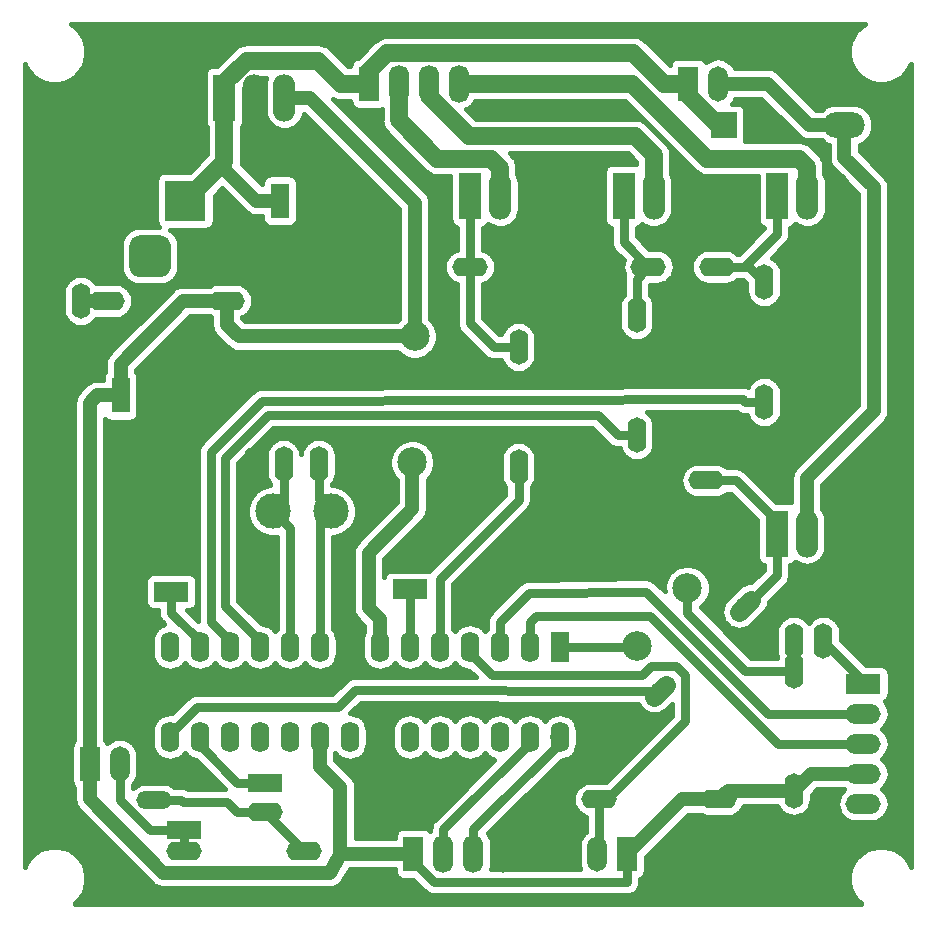
<source format=gbr>
G04 #@! TF.GenerationSoftware,KiCad,Pcbnew,5.1.4-3.fc30*
G04 #@! TF.CreationDate,2019-09-30T02:21:18+02:00*
G04 #@! TF.ProjectId,AT328-aqua-controller,41543332-382d-4617-9175-612d636f6e74,rev?*
G04 #@! TF.SameCoordinates,PX1e53ac0PY62b48e0*
G04 #@! TF.FileFunction,Copper,L2,Bot*
G04 #@! TF.FilePolarity,Positive*
%FSLAX46Y46*%
G04 Gerber Fmt 4.6, Leading zero omitted, Abs format (unit mm)*
G04 Created by KiCad (PCBNEW 5.1.4-3.fc30) date 2019-09-30 02:21:18*
%MOMM*%
%LPD*%
G04 APERTURE LIST*
%ADD10O,3.000000X1.600000*%
%ADD11R,3.000000X1.600000*%
%ADD12O,1.600000X3.000000*%
%ADD13C,3.000000*%
%ADD14R,3.000000X1.500000*%
%ADD15O,3.000000X1.500000*%
%ADD16R,1.600000X3.000000*%
%ADD17R,3.500000X3.500000*%
%ADD18C,0.100000*%
%ADD19C,3.500000*%
%ADD20R,3.000000X1.700000*%
%ADD21O,3.000000X1.700000*%
%ADD22R,1.700000X3.000000*%
%ADD23O,1.700000X3.000000*%
%ADD24O,1.700000X3.200000*%
%ADD25O,3.500000X2.200000*%
%ADD26R,2.200000X2.200000*%
%ADD27R,1.800000X3.000000*%
%ADD28R,1.600000X2.600000*%
%ADD29O,1.600000X2.600000*%
%ADD30R,1.905000X4.000000*%
%ADD31O,1.905000X4.000000*%
%ADD32C,1.600000*%
%ADD33C,1.600000*%
%ADD34C,2.500000*%
%ADD35C,0.800000*%
%ADD36C,1.200000*%
%ADD37C,1.500000*%
%ADD38C,1.000000*%
%ADD39C,0.400000*%
G04 APERTURE END LIST*
D10*
X21100000Y8500000D03*
D11*
X21100000Y11000000D03*
D12*
X65900000Y23000000D03*
X68400000Y23000000D03*
D13*
X21820000Y34000000D03*
X26700000Y34000000D03*
D12*
X65900000Y10340000D03*
X65900000Y20500000D03*
D14*
X14300000Y7000000D03*
D15*
X14300000Y12080000D03*
X11760000Y9540000D03*
D12*
X24900000Y60300000D03*
D16*
X22400000Y60300000D03*
X8900000Y43800000D03*
D12*
X11400000Y43800000D03*
X25700000Y38000000D03*
X28200000Y38000000D03*
X20200000Y38000000D03*
X22700000Y38000000D03*
D17*
X14400000Y60300000D03*
D18*
G36*
X9223513Y62046389D02*
G01*
X9296318Y62035589D01*
X9367714Y62017705D01*
X9437013Y61992910D01*
X9503548Y61961441D01*
X9566678Y61923602D01*
X9625795Y61879758D01*
X9680330Y61830330D01*
X9729758Y61775795D01*
X9773602Y61716678D01*
X9811441Y61653548D01*
X9842910Y61587013D01*
X9867705Y61517714D01*
X9885589Y61446318D01*
X9896389Y61373513D01*
X9900000Y61300000D01*
X9900000Y59300000D01*
X9896389Y59226487D01*
X9885589Y59153682D01*
X9867705Y59082286D01*
X9842910Y59012987D01*
X9811441Y58946452D01*
X9773602Y58883322D01*
X9729758Y58824205D01*
X9680330Y58769670D01*
X9625795Y58720242D01*
X9566678Y58676398D01*
X9503548Y58638559D01*
X9437013Y58607090D01*
X9367714Y58582295D01*
X9296318Y58564411D01*
X9223513Y58553611D01*
X9150000Y58550000D01*
X7650000Y58550000D01*
X7576487Y58553611D01*
X7503682Y58564411D01*
X7432286Y58582295D01*
X7362987Y58607090D01*
X7296452Y58638559D01*
X7233322Y58676398D01*
X7174205Y58720242D01*
X7119670Y58769670D01*
X7070242Y58824205D01*
X7026398Y58883322D01*
X6988559Y58946452D01*
X6957090Y59012987D01*
X6932295Y59082286D01*
X6914411Y59153682D01*
X6903611Y59226487D01*
X6900000Y59300000D01*
X6900000Y61300000D01*
X6903611Y61373513D01*
X6914411Y61446318D01*
X6932295Y61517714D01*
X6957090Y61587013D01*
X6988559Y61653548D01*
X7026398Y61716678D01*
X7070242Y61775795D01*
X7119670Y61830330D01*
X7174205Y61879758D01*
X7233322Y61923602D01*
X7296452Y61961441D01*
X7362987Y61992910D01*
X7432286Y62017705D01*
X7503682Y62035589D01*
X7576487Y62046389D01*
X7650000Y62050000D01*
X9150000Y62050000D01*
X9223513Y62046389D01*
X9223513Y62046389D01*
G37*
D13*
X8400000Y60300000D03*
D18*
G36*
X12360765Y57345787D02*
G01*
X12445704Y57333187D01*
X12528999Y57312323D01*
X12609848Y57283395D01*
X12687472Y57246681D01*
X12761124Y57202536D01*
X12830094Y57151384D01*
X12893718Y57093718D01*
X12951384Y57030094D01*
X13002536Y56961124D01*
X13046681Y56887472D01*
X13083395Y56809848D01*
X13112323Y56728999D01*
X13133187Y56645704D01*
X13145787Y56560765D01*
X13150000Y56475000D01*
X13150000Y54725000D01*
X13145787Y54639235D01*
X13133187Y54554296D01*
X13112323Y54471001D01*
X13083395Y54390152D01*
X13046681Y54312528D01*
X13002536Y54238876D01*
X12951384Y54169906D01*
X12893718Y54106282D01*
X12830094Y54048616D01*
X12761124Y53997464D01*
X12687472Y53953319D01*
X12609848Y53916605D01*
X12528999Y53887677D01*
X12445704Y53866813D01*
X12360765Y53854213D01*
X12275000Y53850000D01*
X10525000Y53850000D01*
X10439235Y53854213D01*
X10354296Y53866813D01*
X10271001Y53887677D01*
X10190152Y53916605D01*
X10112528Y53953319D01*
X10038876Y53997464D01*
X9969906Y54048616D01*
X9906282Y54106282D01*
X9848616Y54169906D01*
X9797464Y54238876D01*
X9753319Y54312528D01*
X9716605Y54390152D01*
X9687677Y54471001D01*
X9666813Y54554296D01*
X9654213Y54639235D01*
X9650000Y54725000D01*
X9650000Y56475000D01*
X9654213Y56560765D01*
X9666813Y56645704D01*
X9687677Y56728999D01*
X9716605Y56809848D01*
X9753319Y56887472D01*
X9797464Y56961124D01*
X9848616Y57030094D01*
X9906282Y57093718D01*
X9969906Y57151384D01*
X10038876Y57202536D01*
X10112528Y57246681D01*
X10190152Y57283395D01*
X10271001Y57312323D01*
X10354296Y57333187D01*
X10439235Y57345787D01*
X10525000Y57350000D01*
X12275000Y57350000D01*
X12360765Y57345787D01*
X12360765Y57345787D01*
G37*
D19*
X11400000Y55600000D03*
D20*
X33400000Y27400000D03*
D21*
X33400000Y29940000D03*
X13200000Y29740000D03*
D20*
X13200000Y27200000D03*
D22*
X56960000Y70200000D03*
D23*
X59500000Y70200000D03*
D22*
X51800000Y5000000D03*
D23*
X49260000Y5000000D03*
X46720000Y5000000D03*
D24*
X41320000Y5000000D03*
X38780000Y5000000D03*
X36240000Y5000000D03*
D22*
X33700000Y5000000D03*
X29920000Y70200000D03*
D24*
X32460000Y70200000D03*
X35000000Y70200000D03*
X37540000Y70200000D03*
D20*
X71800000Y19400000D03*
D21*
X71800000Y16860000D03*
X71800000Y14320000D03*
X71800000Y11780000D03*
X71800000Y9240000D03*
X71800000Y6700000D03*
D22*
X6300000Y12600000D03*
D23*
X8840000Y12600000D03*
D25*
X70160000Y66700000D03*
D26*
X60000000Y66700000D03*
D27*
X3000000Y51800000D03*
D12*
X5540000Y51800000D03*
D28*
X46100000Y22500000D03*
D29*
X13080000Y14880000D03*
X43560000Y22500000D03*
X15620000Y14880000D03*
X41020000Y22500000D03*
X18160000Y14880000D03*
X38480000Y22500000D03*
X20700000Y14880000D03*
X35940000Y22500000D03*
X23240000Y14880000D03*
X33400000Y22500000D03*
X25780000Y14880000D03*
X30860000Y22500000D03*
X28320000Y14880000D03*
X28320000Y22500000D03*
X30860000Y14880000D03*
X25780000Y22500000D03*
X33400000Y14880000D03*
X23240000Y22500000D03*
X35940000Y14880000D03*
X20700000Y22500000D03*
X38480000Y14880000D03*
X18160000Y22500000D03*
X41020000Y14880000D03*
X15620000Y22500000D03*
X43560000Y14880000D03*
X13080000Y22500000D03*
X46100000Y14880000D03*
D30*
X17700000Y69000000D03*
D31*
X20240000Y69000000D03*
X22780000Y69000000D03*
X69540000Y32100000D03*
X67000000Y32100000D03*
D30*
X64460000Y32100000D03*
X64500000Y60700000D03*
D31*
X67040000Y60700000D03*
X69580000Y60700000D03*
X56580000Y60700000D03*
X54040000Y60700000D03*
D30*
X51500000Y60700000D03*
X38500000Y60700000D03*
D31*
X41040000Y60700000D03*
X43580000Y60700000D03*
D12*
X63400000Y43240000D03*
X63400000Y53400000D03*
D10*
X38500000Y54700000D03*
X28340000Y54700000D03*
D12*
X52600000Y40440000D03*
X52600000Y50600000D03*
X42600000Y47900000D03*
X42600000Y37740000D03*
D10*
X43440000Y54700000D03*
X53600000Y54700000D03*
X59400000Y54700000D03*
X69560000Y54700000D03*
D32*
X61784205Y25984205D03*
D33*
X62279180Y26479180D02*
X61289230Y25489230D01*
D32*
X54600000Y18800000D03*
D33*
X55094975Y19294975D02*
X54105025Y18305025D01*
D10*
X58500000Y36600000D03*
X48340000Y36600000D03*
X49400000Y9600000D03*
X59560000Y9600000D03*
X17900000Y51800000D03*
X7740000Y51800000D03*
X14300000Y5200000D03*
X24460000Y5200000D03*
D34*
X33800000Y48800000D03*
X33600000Y38140000D03*
X30400000Y7800000D03*
X30400000Y2000000D03*
X31000000Y51500000D03*
X31000000Y46100000D03*
X52600000Y22600000D03*
X56900000Y27500000D03*
D35*
X15620000Y14180000D02*
X18800000Y11000000D01*
X18800000Y11000000D02*
X21100000Y11000000D01*
X15620000Y14880000D02*
X15620000Y14180000D01*
X12000000Y7000000D02*
X14300000Y7000000D01*
X8840000Y9517955D02*
X11357955Y7000000D01*
X11357955Y7000000D02*
X12000000Y7000000D01*
X8840000Y12600000D02*
X8840000Y9517955D01*
X14300000Y7000000D02*
X14300000Y5200000D01*
D36*
X27510002Y5000000D02*
X33700000Y5000000D01*
X17900000Y51800000D02*
X14200000Y51800000D01*
X14200000Y51800000D02*
X8900000Y46500000D01*
X8900000Y46500000D02*
X8900000Y43800000D01*
X27510002Y10649998D02*
X27510002Y5000000D01*
X25780000Y14880000D02*
X25780000Y12380000D01*
X25780000Y12380000D02*
X27510002Y10649998D01*
D35*
X51800000Y5000000D02*
X51800000Y2600000D01*
X51800000Y2600000D02*
X51799990Y2599990D01*
X51799990Y2599990D02*
X35450010Y2599990D01*
X35450010Y2599990D02*
X33700000Y4350000D01*
X33700000Y4350000D02*
X33700000Y5000000D01*
D36*
X18900000Y48800000D02*
X33800000Y48800000D01*
X17900000Y51800000D02*
X17900000Y49800000D01*
X17900000Y49800000D02*
X18900000Y48800000D01*
X33800000Y54645598D02*
X33800000Y48800000D01*
X67340000Y11780000D02*
X65900000Y10340000D01*
X71800000Y11780000D02*
X67340000Y11780000D01*
X60300000Y10340000D02*
X59560000Y9600000D01*
X65900000Y10340000D02*
X60300000Y10340000D01*
X56400000Y9600000D02*
X51800000Y5000000D01*
X59560000Y9600000D02*
X56400000Y9600000D01*
X33600000Y34200000D02*
X33600000Y38140000D01*
X29900000Y30500000D02*
X33600000Y34200000D01*
X30860000Y22500000D02*
X30860000Y24840000D01*
X29900000Y25800000D02*
X29900000Y30500000D01*
X30860000Y24840000D02*
X29900000Y25800000D01*
X6900000Y43800000D02*
X8900000Y43800000D01*
X6300000Y43200000D02*
X6900000Y43800000D01*
X6300000Y12600000D02*
X6300000Y43200000D01*
X6300000Y12600000D02*
X6300000Y9700088D01*
X26605588Y3399990D02*
X27660010Y5200000D01*
X6300000Y9660088D02*
X12520098Y3399990D01*
X12520098Y3399990D02*
X26605588Y3399990D01*
X33800000Y60132500D02*
X33800000Y54645598D01*
X24932500Y69000000D02*
X33800000Y60132500D01*
X22780000Y69000000D02*
X24932500Y69000000D01*
X5540000Y51800000D02*
X7740000Y51800000D01*
D35*
X49400000Y5140000D02*
X49260000Y5000000D01*
X49400000Y9600000D02*
X49400000Y5140000D01*
X38480000Y22000000D02*
X38480000Y22500000D01*
X40372264Y20107736D02*
X38480000Y22000000D01*
X53026804Y20107736D02*
X40372264Y20107736D01*
X53811009Y20891941D02*
X53026804Y20107736D01*
X55936719Y20891941D02*
X53811009Y20891941D01*
X56715805Y20112855D02*
X55936719Y20891941D01*
X56715805Y16215805D02*
X56715805Y20112855D01*
X50100000Y9600000D02*
X56715805Y16215805D01*
X49400000Y9600000D02*
X50100000Y9600000D01*
X61007500Y36600000D02*
X60800000Y36600000D01*
X60800000Y36600000D02*
X58500000Y36600000D01*
X64460000Y33147500D02*
X61007500Y36600000D01*
X64460000Y32100000D02*
X64460000Y33147500D01*
X64460000Y28560000D02*
X62700000Y26800000D01*
X64460000Y32100000D02*
X64460000Y28560000D01*
X13080000Y15380000D02*
X13080000Y14880000D01*
X54600000Y18800000D02*
X28773232Y18873232D01*
D36*
X13080000Y14880000D02*
X13080000Y15385598D01*
D35*
X13080000Y15102755D02*
X15377245Y17400000D01*
X13080000Y14880000D02*
X13080000Y15102755D01*
X27300000Y17400000D02*
X28773232Y18873232D01*
X15377245Y17400000D02*
X27300000Y17400000D01*
X64500000Y57900000D02*
X64500000Y60700000D01*
X64500000Y57500000D02*
X64500000Y57900000D01*
X61700000Y54700000D02*
X64500000Y57500000D01*
X59400000Y54700000D02*
X61700000Y54700000D01*
X62100000Y54700000D02*
X63400000Y53400000D01*
X59400000Y54700000D02*
X62100000Y54700000D01*
X51500000Y56800000D02*
X53600000Y54700000D01*
X51500000Y60700000D02*
X51500000Y56800000D01*
X52600000Y53700000D02*
X53600000Y54700000D01*
X52600000Y50600000D02*
X52600000Y53700000D01*
X38500000Y49900000D02*
X38500000Y53100000D01*
X38500000Y53100000D02*
X38500000Y54700000D01*
X38500000Y54700000D02*
X38500000Y60700000D01*
X40500000Y47900000D02*
X38500000Y49900000D01*
X42600000Y47900000D02*
X40500000Y47900000D01*
X21377255Y42140010D02*
X49299990Y42140010D01*
X51000000Y40440000D02*
X52600000Y40440000D01*
X49299990Y42140010D02*
X51000000Y40440000D01*
X21377255Y42140010D02*
X17760010Y38522765D01*
X20700000Y23000000D02*
X20700000Y22500000D01*
X17760010Y25939990D02*
X20700000Y23000000D01*
X17760010Y38522765D02*
X17760010Y25939990D01*
X16560000Y24600000D02*
X18160000Y23000000D01*
X16560000Y39019825D02*
X16560000Y24600000D01*
X18160000Y23000000D02*
X18160000Y22500000D01*
X61600000Y43500000D02*
X20880194Y43340019D01*
X20880194Y43340019D02*
X16560000Y39019825D01*
X61600000Y43440000D02*
X61600000Y43500000D01*
X61800000Y43240000D02*
X61600000Y43440000D01*
X63400000Y43240000D02*
X61800000Y43240000D01*
X35940000Y28280000D02*
X35940000Y24600000D01*
X42600000Y37740000D02*
X42600000Y34940000D01*
X35940000Y24600000D02*
X35940000Y22500000D01*
X42600000Y34940000D02*
X35940000Y28280000D01*
D37*
X41040000Y63055878D02*
X41040000Y60700000D01*
X35709999Y63850001D02*
X40245877Y63850001D01*
X40245877Y63850001D02*
X41040000Y63055878D01*
X32460000Y67100000D02*
X35709999Y63850001D01*
X32460000Y70200000D02*
X32460000Y67100000D01*
X52489989Y65750011D02*
X54040000Y64200000D01*
X38411548Y65750011D02*
X52489989Y65750011D01*
X54040000Y64200000D02*
X54040000Y60700000D01*
X35000000Y69161559D02*
X38411548Y65750011D01*
X35000000Y70200000D02*
X35000000Y69161559D01*
X67040000Y63182502D02*
X67040000Y60700000D01*
X66372501Y63850001D02*
X67040000Y63182502D01*
X58572981Y63850001D02*
X66372501Y63850001D01*
X52222982Y70200000D02*
X58572981Y63850001D01*
X37540000Y70200000D02*
X52222982Y70200000D01*
D36*
X61550000Y70200000D02*
X59500000Y70200000D01*
X63710000Y70200000D02*
X61550000Y70200000D01*
X67210000Y66700000D02*
X63710000Y70200000D01*
X70160000Y66700000D02*
X67210000Y66700000D01*
X67000000Y35300000D02*
X67000000Y32100000D01*
X70160000Y66700000D02*
X70160000Y63928766D01*
X72660010Y61428756D02*
X72660010Y42460010D01*
X67000000Y36800000D02*
X67000000Y35300000D01*
X70160000Y63928766D02*
X72660010Y61428756D01*
X72660010Y42460010D02*
X67000000Y36800000D01*
D37*
X59733691Y66700000D02*
X60000000Y66700000D01*
X56960000Y70200000D02*
X56960000Y69473691D01*
X59521559Y66700000D02*
X60000000Y66700000D01*
X56960000Y69261559D02*
X59521559Y66700000D01*
X56960000Y70200000D02*
X56960000Y69261559D01*
X17700000Y63600000D02*
X14400000Y60300000D01*
X17700000Y69000000D02*
X17700000Y63600000D01*
D36*
X20400000Y60300000D02*
X22400000Y60300000D01*
X17700000Y63000000D02*
X20400000Y60300000D01*
X17700000Y63600000D02*
X17700000Y63000000D01*
D37*
X25619990Y72150010D02*
X19581244Y72150010D01*
X27570000Y70200000D02*
X25619990Y72150010D01*
X17700000Y70268766D02*
X17700000Y69000000D01*
X19581244Y72150010D02*
X17700000Y70268766D01*
X29920000Y70200000D02*
X27570000Y70200000D01*
X52309990Y72800010D02*
X54910000Y70200000D01*
X31481569Y72800010D02*
X52309990Y72800010D01*
X54910000Y70200000D02*
X56960000Y70200000D01*
X29920000Y71238441D02*
X31481569Y72800010D01*
X29920000Y70200000D02*
X29920000Y71238441D01*
D35*
X71600000Y19200000D02*
X71800000Y19400000D01*
X71800000Y19600000D02*
X68400000Y23000000D01*
X71800000Y19400000D02*
X71800000Y19600000D01*
X33400000Y22500000D02*
X33400000Y23000000D01*
X33400000Y27400000D02*
X33400000Y22500000D01*
X25700000Y35000000D02*
X26700000Y34000000D01*
X25700000Y38000000D02*
X25700000Y35000000D01*
X25780000Y33080000D02*
X26700000Y34000000D01*
X25780000Y22500000D02*
X25780000Y33080000D01*
X22700000Y34880000D02*
X21820000Y34000000D01*
X22700000Y38000000D02*
X22700000Y34880000D01*
X23240000Y32580000D02*
X21820000Y34000000D01*
X23240000Y22500000D02*
X23240000Y32580000D01*
X15620000Y23000000D02*
X15620000Y22500000D01*
X13200000Y25420000D02*
X15620000Y23000000D01*
X13200000Y27200000D02*
X13200000Y25420000D01*
X36560000Y5320000D02*
X36240000Y5000000D01*
X43560000Y14380000D02*
X43560000Y14880000D01*
X36240000Y7060000D02*
X43560000Y14380000D01*
X36240000Y5000000D02*
X36240000Y7060000D01*
D38*
X45820000Y14880000D02*
X46100000Y14880000D01*
X45780000Y14920000D02*
X45820000Y14880000D01*
D35*
X39100000Y5320000D02*
X38780000Y5000000D01*
X46100000Y14380000D02*
X46100000Y14880000D01*
X38780000Y7060000D02*
X46100000Y14380000D01*
X38780000Y5000000D02*
X38780000Y7060000D01*
X56900000Y26934315D02*
X56900000Y27500000D01*
X56900000Y26647292D02*
X56900000Y26934315D01*
X52500000Y22500000D02*
X52600000Y22600000D01*
X46100000Y22500000D02*
X52500000Y22500000D01*
X65900000Y23000000D02*
X65900000Y20500000D01*
X61796895Y20500000D02*
X65900000Y20500000D01*
X56900000Y27500000D02*
X56900000Y25396895D01*
X56900000Y25396895D02*
X61796895Y20500000D01*
X17900001Y9399999D02*
X18800000Y8500000D01*
X14200001Y9399999D02*
X17900001Y9399999D01*
X14060000Y9540000D02*
X14200001Y9399999D01*
X18800000Y8500000D02*
X21100000Y8500000D01*
X11760000Y9540000D02*
X14060000Y9540000D01*
X25160000Y5200000D02*
X24400000Y5200000D01*
X21160000Y8500000D02*
X24460000Y5200000D01*
X21100000Y8500000D02*
X21160000Y8500000D01*
X63739825Y16860000D02*
X71800000Y16860000D01*
X43500000Y27100000D02*
X53399912Y27199912D01*
X53399912Y27199912D02*
X63739825Y16860000D01*
X41020000Y24620000D02*
X41020000Y22500000D01*
X43500000Y27100000D02*
X41020000Y24620000D01*
X53751377Y25151377D02*
X45100000Y25100000D01*
X71800000Y14320000D02*
X64582755Y14320000D01*
X64582755Y14320000D02*
X53751377Y25151377D01*
X43560000Y24600000D02*
X43560000Y22500000D01*
X44060000Y25100000D02*
X43560000Y24600000D01*
X45100000Y25100000D02*
X44060000Y25100000D01*
D39*
G36*
X71573751Y75003441D02*
G01*
X71196559Y74626249D01*
X70900201Y74182719D01*
X70696067Y73689895D01*
X70592000Y73166715D01*
X70592000Y72633285D01*
X70696067Y72110105D01*
X70900201Y71617281D01*
X71196559Y71173751D01*
X71573751Y70796559D01*
X72017281Y70500201D01*
X72510105Y70296067D01*
X73033285Y70192000D01*
X73566715Y70192000D01*
X74089895Y70296067D01*
X74582719Y70500201D01*
X75026249Y70796559D01*
X75403441Y71173751D01*
X75699799Y71617281D01*
X75817000Y71900230D01*
X75817001Y3899768D01*
X75699799Y4182719D01*
X75403441Y4626249D01*
X75026249Y5003441D01*
X74582719Y5299799D01*
X74089895Y5503933D01*
X73566715Y5608000D01*
X73033285Y5608000D01*
X72510105Y5503933D01*
X72017281Y5299799D01*
X71573751Y5003441D01*
X71196559Y4626249D01*
X70900201Y4182719D01*
X70696067Y3689895D01*
X70592000Y3166715D01*
X70592000Y2633285D01*
X70696067Y2110105D01*
X70900201Y1617281D01*
X71196559Y1173751D01*
X71573751Y796559D01*
X71594043Y783000D01*
X5005957Y783000D01*
X5026249Y796559D01*
X5403441Y1173751D01*
X5699799Y1617281D01*
X5903933Y2110105D01*
X6008000Y2633285D01*
X6008000Y3166715D01*
X5903933Y3689895D01*
X5699799Y4182719D01*
X5403441Y4626249D01*
X5026249Y5003441D01*
X4582719Y5299799D01*
X4089895Y5503933D01*
X3566715Y5608000D01*
X3033285Y5608000D01*
X2510105Y5503933D01*
X2017281Y5299799D01*
X1573751Y5003441D01*
X1196559Y4626249D01*
X900201Y4182719D01*
X783000Y3899770D01*
X783000Y14100000D01*
X4738575Y14100000D01*
X4738575Y11100000D01*
X4752245Y10961208D01*
X4792729Y10827749D01*
X4858472Y10704753D01*
X4946947Y10596947D01*
X4992001Y10559972D01*
X4992001Y9726438D01*
X4985680Y9664300D01*
X5010111Y9407809D01*
X5084113Y9161012D01*
X5204841Y8933393D01*
X5326859Y8783739D01*
X11548439Y2522149D01*
X11590728Y2470620D01*
X11688667Y2390243D01*
X11786397Y2309512D01*
X11788260Y2308508D01*
X11789896Y2307166D01*
X11901637Y2247439D01*
X12013237Y2187327D01*
X12015261Y2186706D01*
X12017126Y2185709D01*
X12138461Y2148902D01*
X12259555Y2111745D01*
X12261657Y2111531D01*
X12263685Y2110916D01*
X12389918Y2098483D01*
X12515885Y2085669D01*
X12582244Y2091990D01*
X26580081Y2091990D01*
X26683279Y2087960D01*
X26772293Y2102081D01*
X26862001Y2110916D01*
X26899286Y2122226D01*
X26937750Y2128328D01*
X27022288Y2159538D01*
X27108560Y2185709D01*
X27142920Y2204075D01*
X27179457Y2217564D01*
X27256286Y2264670D01*
X27335790Y2307166D01*
X27365905Y2331881D01*
X27399110Y2352240D01*
X27465280Y2413436D01*
X27534958Y2470620D01*
X27559671Y2500732D01*
X27588269Y2527181D01*
X27641224Y2600105D01*
X27698412Y2669788D01*
X27747112Y2760899D01*
X28292539Y3692000D01*
X32138575Y3692000D01*
X32138575Y3500000D01*
X32152245Y3361208D01*
X32192729Y3227749D01*
X32258472Y3104753D01*
X32346947Y2996947D01*
X32454753Y2908472D01*
X32577749Y2842729D01*
X32711208Y2802245D01*
X32850000Y2788575D01*
X33694478Y2788575D01*
X34628045Y1855007D01*
X34662745Y1812725D01*
X34831460Y1674264D01*
X34938068Y1617281D01*
X35023945Y1571379D01*
X35232803Y1508022D01*
X35252168Y1506115D01*
X35395579Y1491990D01*
X35395586Y1491990D01*
X35450010Y1486630D01*
X35504433Y1491990D01*
X51745567Y1491990D01*
X51799990Y1486630D01*
X51854413Y1491990D01*
X51854421Y1491990D01*
X52017196Y1508022D01*
X52226055Y1571379D01*
X52418540Y1674264D01*
X52587255Y1812725D01*
X52587265Y1812735D01*
X52725726Y1981450D01*
X52828611Y2173935D01*
X52891968Y2382794D01*
X52908000Y2545569D01*
X52908000Y2545578D01*
X52913360Y2599999D01*
X52908000Y2654420D01*
X52908000Y2838406D01*
X52922251Y2842729D01*
X53045247Y2908472D01*
X53153053Y2996947D01*
X53241528Y3104753D01*
X53307271Y3227749D01*
X53347755Y3361208D01*
X53361425Y3500000D01*
X53361425Y4711634D01*
X56941792Y8292000D01*
X58108093Y8292000D01*
X58280121Y8200049D01*
X58564380Y8113820D01*
X58785922Y8092000D01*
X60334078Y8092000D01*
X60555620Y8113820D01*
X60839879Y8200049D01*
X61101853Y8340077D01*
X61331476Y8528524D01*
X61519923Y8758147D01*
X61659951Y9020121D01*
X61663554Y9032000D01*
X64515081Y9032000D01*
X64640077Y8798148D01*
X64828524Y8568524D01*
X65058147Y8380077D01*
X65320121Y8240049D01*
X65604380Y8153820D01*
X65900000Y8124704D01*
X66195619Y8153820D01*
X66479878Y8240049D01*
X66741852Y8380077D01*
X66971476Y8568524D01*
X67159923Y8798147D01*
X67299951Y9060121D01*
X67386180Y9344380D01*
X67408000Y9565922D01*
X67408000Y9998209D01*
X67881791Y10472000D01*
X70195307Y10472000D01*
X70042997Y10347003D01*
X69848303Y10109766D01*
X69703631Y9839105D01*
X69614543Y9545421D01*
X69584462Y9240000D01*
X69614543Y8934579D01*
X69703631Y8640895D01*
X69848303Y8370234D01*
X70042997Y8132997D01*
X70280234Y7938303D01*
X70550895Y7793631D01*
X70844579Y7704543D01*
X71073465Y7682000D01*
X72526535Y7682000D01*
X72755421Y7704543D01*
X73049105Y7793631D01*
X73319766Y7938303D01*
X73557003Y8132997D01*
X73751697Y8370234D01*
X73896369Y8640895D01*
X73985457Y8934579D01*
X74015538Y9240000D01*
X73985457Y9545421D01*
X73896369Y9839105D01*
X73751697Y10109766D01*
X73557003Y10347003D01*
X73358389Y10510000D01*
X73557003Y10672997D01*
X73751697Y10910234D01*
X73896369Y11180895D01*
X73985457Y11474579D01*
X74015538Y11780000D01*
X73985457Y12085421D01*
X73896369Y12379105D01*
X73751697Y12649766D01*
X73557003Y12887003D01*
X73358389Y13050000D01*
X73557003Y13212997D01*
X73751697Y13450234D01*
X73896369Y13720895D01*
X73985457Y14014579D01*
X74015538Y14320000D01*
X73985457Y14625421D01*
X73896369Y14919105D01*
X73751697Y15189766D01*
X73557003Y15427003D01*
X73358389Y15590000D01*
X73557003Y15752997D01*
X73751697Y15990234D01*
X73896369Y16260895D01*
X73985457Y16554579D01*
X74015538Y16860000D01*
X73985457Y17165421D01*
X73896369Y17459105D01*
X73751697Y17729766D01*
X73604021Y17909711D01*
X73695247Y17958472D01*
X73803053Y18046947D01*
X73891528Y18154753D01*
X73957271Y18277749D01*
X73997755Y18411208D01*
X74011425Y18550000D01*
X74011425Y20250000D01*
X73997755Y20388792D01*
X73957271Y20522251D01*
X73891528Y20645247D01*
X73803053Y20753053D01*
X73695247Y20841528D01*
X73572251Y20907271D01*
X73438792Y20947755D01*
X73300000Y20961425D01*
X72005523Y20961425D01*
X69908000Y23058947D01*
X69908000Y23774078D01*
X69886180Y23995620D01*
X69799951Y24279879D01*
X69659923Y24541853D01*
X69471476Y24771476D01*
X69241853Y24959923D01*
X68979879Y25099951D01*
X68695620Y25186180D01*
X68400000Y25215296D01*
X68104381Y25186180D01*
X67820122Y25099951D01*
X67558148Y24959923D01*
X67328525Y24771476D01*
X67150001Y24553944D01*
X66971476Y24771476D01*
X66741853Y24959923D01*
X66479879Y25099951D01*
X66195620Y25186180D01*
X65900000Y25215296D01*
X65604381Y25186180D01*
X65320122Y25099951D01*
X65058148Y24959923D01*
X64828525Y24771476D01*
X64640078Y24541853D01*
X64500050Y24279879D01*
X64413820Y23995620D01*
X64392000Y23774078D01*
X64392000Y22225923D01*
X64413820Y22004381D01*
X64490986Y21749999D01*
X64447910Y21608000D01*
X62255844Y21608000D01*
X58008000Y25855842D01*
X58008000Y25885475D01*
X58148152Y25979122D01*
X58420878Y26251848D01*
X58635157Y26572539D01*
X58782755Y26928872D01*
X58858000Y27307154D01*
X58858000Y27692846D01*
X58782755Y28071128D01*
X58635157Y28427461D01*
X58420878Y28748152D01*
X58148152Y29020878D01*
X57827461Y29235157D01*
X57471128Y29382755D01*
X57092846Y29458000D01*
X56707154Y29458000D01*
X56328872Y29382755D01*
X55972539Y29235157D01*
X55651848Y29020878D01*
X55379122Y28748152D01*
X55164843Y28427461D01*
X55017245Y28071128D01*
X54942000Y27692846D01*
X54942000Y27307154D01*
X54962456Y27204315D01*
X54217911Y27948860D01*
X54179191Y27995081D01*
X54098486Y28059962D01*
X54018462Y28125637D01*
X54013488Y28128296D01*
X54009088Y28131833D01*
X53917269Y28179726D01*
X53825976Y28228523D01*
X53820575Y28230161D01*
X53815574Y28232770D01*
X53716244Y28261810D01*
X53617118Y28291880D01*
X53611499Y28292433D01*
X53606086Y28294016D01*
X53502975Y28303122D01*
X53399912Y28313272D01*
X53339904Y28307362D01*
X43548855Y28208549D01*
X43500000Y28213361D01*
X43439990Y28207451D01*
X43434391Y28207394D01*
X43385872Y28202120D01*
X43282794Y28191968D01*
X43277392Y28190329D01*
X43271786Y28189720D01*
X43173093Y28158690D01*
X43073935Y28128611D01*
X43068954Y28125948D01*
X43063577Y28124258D01*
X42972852Y28074581D01*
X42881450Y28025726D01*
X42877085Y28022143D01*
X42872140Y28019436D01*
X42792846Y27953011D01*
X42755014Y27921963D01*
X42751044Y27917993D01*
X42704831Y27879280D01*
X42674079Y27841028D01*
X40275022Y25441969D01*
X40232735Y25407265D01*
X40094274Y25238550D01*
X40020218Y25100000D01*
X39991389Y25046064D01*
X39939896Y24876314D01*
X39928032Y24837205D01*
X39912000Y24674430D01*
X39912000Y24674423D01*
X39906640Y24620000D01*
X39912000Y24565576D01*
X39912000Y24026971D01*
X39760077Y23841853D01*
X39750000Y23823000D01*
X39739923Y23841853D01*
X39551476Y24071476D01*
X39321853Y24259923D01*
X39059879Y24399951D01*
X38775620Y24486180D01*
X38480000Y24515296D01*
X38184381Y24486180D01*
X37900122Y24399951D01*
X37638148Y24259923D01*
X37408525Y24071476D01*
X37220077Y23841853D01*
X37210000Y23823000D01*
X37199923Y23841853D01*
X37048000Y24026971D01*
X37048000Y27821053D01*
X43344989Y34118040D01*
X43387265Y34152735D01*
X43525726Y34321450D01*
X43628611Y34513935D01*
X43691968Y34722794D01*
X43708000Y34885569D01*
X43708000Y34885578D01*
X43713360Y34939999D01*
X43708000Y34994420D01*
X43708000Y36013029D01*
X43859923Y36198147D01*
X43999951Y36460121D01*
X44086180Y36744380D01*
X44108000Y36965922D01*
X44108000Y38514078D01*
X44086180Y38735620D01*
X43999951Y39019879D01*
X43859923Y39281853D01*
X43671476Y39511476D01*
X43441853Y39699923D01*
X43179879Y39839951D01*
X42895620Y39926180D01*
X42600000Y39955296D01*
X42304381Y39926180D01*
X42020122Y39839951D01*
X41758148Y39699923D01*
X41528525Y39511476D01*
X41340078Y39281853D01*
X41200050Y39019879D01*
X41113820Y38735620D01*
X41092000Y38514078D01*
X41092000Y36965923D01*
X41113820Y36744381D01*
X41200049Y36460122D01*
X41340077Y36198148D01*
X41492001Y36013028D01*
X41492001Y35398950D01*
X35195022Y29101969D01*
X35152735Y29067265D01*
X35051494Y28943902D01*
X35038792Y28947755D01*
X34900000Y28961425D01*
X31900000Y28961425D01*
X31761208Y28947755D01*
X31627749Y28907271D01*
X31504753Y28841528D01*
X31396947Y28753053D01*
X31308472Y28645247D01*
X31242729Y28522251D01*
X31208000Y28407764D01*
X31208000Y29958209D01*
X34479470Y33229678D01*
X34529370Y33270630D01*
X34570323Y33320531D01*
X34570327Y33320535D01*
X34692824Y33469798D01*
X34814281Y33697028D01*
X34814743Y33698550D01*
X34889074Y33943587D01*
X34908000Y34135750D01*
X34908000Y34135759D01*
X34914327Y34199999D01*
X34908000Y34264239D01*
X34908000Y36678970D01*
X35120878Y36891848D01*
X35335157Y37212539D01*
X35482755Y37568872D01*
X35558000Y37947154D01*
X35558000Y38332846D01*
X35482755Y38711128D01*
X35335157Y39067461D01*
X35120878Y39388152D01*
X34848152Y39660878D01*
X34527461Y39875157D01*
X34171128Y40022755D01*
X33792846Y40098000D01*
X33407154Y40098000D01*
X33028872Y40022755D01*
X32672539Y39875157D01*
X32351848Y39660878D01*
X32079122Y39388152D01*
X31864843Y39067461D01*
X31717245Y38711128D01*
X31642000Y38332846D01*
X31642000Y37947154D01*
X31717245Y37568872D01*
X31864843Y37212539D01*
X32079122Y36891848D01*
X32292001Y36678969D01*
X32292000Y34741792D01*
X29020532Y31470323D01*
X28970631Y31429370D01*
X28929678Y31379469D01*
X28929673Y31379464D01*
X28807176Y31230201D01*
X28685719Y31002971D01*
X28610926Y30756412D01*
X28585673Y30500000D01*
X28592001Y30435748D01*
X28592000Y25864243D01*
X28585673Y25800000D01*
X28592000Y25735757D01*
X28592000Y25735751D01*
X28610926Y25543588D01*
X28685719Y25297029D01*
X28807176Y25069799D01*
X28970630Y24870630D01*
X29020536Y24829673D01*
X29552001Y24298208D01*
X29552001Y23751908D01*
X29460049Y23579879D01*
X29373820Y23295620D01*
X29352000Y23074078D01*
X29352000Y21925923D01*
X29373820Y21704381D01*
X29460049Y21420122D01*
X29600077Y21158148D01*
X29788524Y20928524D01*
X30018147Y20740077D01*
X30280121Y20600049D01*
X30564380Y20513820D01*
X30860000Y20484704D01*
X31155619Y20513820D01*
X31439878Y20600049D01*
X31701852Y20740077D01*
X31931476Y20928524D01*
X32119923Y21158147D01*
X32130000Y21177000D01*
X32140077Y21158148D01*
X32328524Y20928524D01*
X32558147Y20740077D01*
X32820121Y20600049D01*
X33104380Y20513820D01*
X33400000Y20484704D01*
X33695619Y20513820D01*
X33979878Y20600049D01*
X34241852Y20740077D01*
X34471476Y20928524D01*
X34659923Y21158147D01*
X34670000Y21177000D01*
X34680077Y21158148D01*
X34868524Y20928524D01*
X35098147Y20740077D01*
X35360121Y20600049D01*
X35644380Y20513820D01*
X35940000Y20484704D01*
X36235619Y20513820D01*
X36519878Y20600049D01*
X36781852Y20740077D01*
X37011476Y20928524D01*
X37199923Y21158147D01*
X37210000Y21177000D01*
X37220077Y21158148D01*
X37408524Y20928524D01*
X37638147Y20740077D01*
X37900121Y20600049D01*
X38184380Y20513820D01*
X38422705Y20490347D01*
X38960702Y19952349D01*
X28829239Y19981077D01*
X28773232Y19986593D01*
X28665903Y19976022D01*
X28559124Y19965811D01*
X28557608Y19965356D01*
X28556025Y19965200D01*
X28452737Y19933868D01*
X28350086Y19903046D01*
X28348690Y19902305D01*
X28347167Y19901843D01*
X28252062Y19851009D01*
X28157310Y19800708D01*
X28156083Y19799707D01*
X28154682Y19798958D01*
X28071340Y19730561D01*
X27988203Y19662726D01*
X27952388Y19619337D01*
X26841053Y18508000D01*
X15431668Y18508000D01*
X15377244Y18513360D01*
X15322821Y18508000D01*
X15322814Y18508000D01*
X15181298Y18494062D01*
X15160038Y18491968D01*
X14951180Y18428611D01*
X14758695Y18325726D01*
X14589980Y18187265D01*
X14555282Y18144985D01*
X13285367Y16875069D01*
X13080000Y16895296D01*
X12784381Y16866180D01*
X12500122Y16779951D01*
X12238148Y16639923D01*
X12008525Y16451476D01*
X11820077Y16221853D01*
X11680049Y15959879D01*
X11593820Y15675620D01*
X11572000Y15454078D01*
X11572000Y14305923D01*
X11593820Y14084381D01*
X11680049Y13800122D01*
X11820077Y13538148D01*
X12008524Y13308524D01*
X12238147Y13120077D01*
X12500121Y12980049D01*
X12784380Y12893820D01*
X13080000Y12864704D01*
X13375619Y12893820D01*
X13659878Y12980049D01*
X13921852Y13120077D01*
X14151476Y13308524D01*
X14339923Y13538147D01*
X14350000Y13557000D01*
X14360077Y13538148D01*
X14548524Y13308524D01*
X14778147Y13120077D01*
X15040121Y12980049D01*
X15324380Y12893820D01*
X15340856Y12892197D01*
X17725053Y10507999D01*
X14599462Y10507999D01*
X14486065Y10568611D01*
X14277206Y10631968D01*
X14114431Y10648000D01*
X14114423Y10648000D01*
X14060000Y10653360D01*
X14005577Y10648000D01*
X13458156Y10648000D01*
X13323940Y10758148D01*
X13070652Y10893533D01*
X12795818Y10976903D01*
X12581619Y10998000D01*
X10938381Y10998000D01*
X10724182Y10976903D01*
X10449348Y10893533D01*
X10196060Y10758148D01*
X9974050Y10575950D01*
X9948000Y10544208D01*
X9948000Y10844212D01*
X10141697Y11080234D01*
X10286369Y11350895D01*
X10375457Y11644579D01*
X10398000Y11873465D01*
X10398000Y13326535D01*
X10375457Y13555421D01*
X10286369Y13849105D01*
X10141697Y14119766D01*
X9947003Y14357003D01*
X9709765Y14551697D01*
X9439104Y14696369D01*
X9145420Y14785457D01*
X8840000Y14815538D01*
X8534579Y14785457D01*
X8240895Y14696369D01*
X7970234Y14551697D01*
X7790289Y14404021D01*
X7741528Y14495247D01*
X7653053Y14603053D01*
X7608000Y14640027D01*
X7608000Y28050000D01*
X10988575Y28050000D01*
X10988575Y26350000D01*
X11002245Y26211208D01*
X11042729Y26077749D01*
X11108472Y25954753D01*
X11196947Y25846947D01*
X11304753Y25758472D01*
X11427749Y25692729D01*
X11561208Y25652245D01*
X11700000Y25638575D01*
X12092000Y25638575D01*
X12092000Y25474423D01*
X12086640Y25420000D01*
X12092000Y25365577D01*
X12092000Y25365569D01*
X12094226Y25342972D01*
X12108032Y25202794D01*
X12171389Y24993936D01*
X12249382Y24848022D01*
X12274275Y24801450D01*
X12412736Y24632735D01*
X12455018Y24598035D01*
X12617497Y24435556D01*
X12500122Y24399951D01*
X12238148Y24259923D01*
X12008525Y24071476D01*
X11820077Y23841853D01*
X11680049Y23579879D01*
X11593820Y23295620D01*
X11572000Y23074078D01*
X11572000Y21925923D01*
X11593820Y21704381D01*
X11680049Y21420122D01*
X11820077Y21158148D01*
X12008524Y20928524D01*
X12238147Y20740077D01*
X12500121Y20600049D01*
X12784380Y20513820D01*
X13080000Y20484704D01*
X13375619Y20513820D01*
X13659878Y20600049D01*
X13921852Y20740077D01*
X14151476Y20928524D01*
X14339923Y21158147D01*
X14350000Y21177000D01*
X14360077Y21158148D01*
X14548524Y20928524D01*
X14778147Y20740077D01*
X15040121Y20600049D01*
X15324380Y20513820D01*
X15620000Y20484704D01*
X15915619Y20513820D01*
X16199878Y20600049D01*
X16461852Y20740077D01*
X16691476Y20928524D01*
X16879923Y21158147D01*
X16890000Y21177000D01*
X16900077Y21158148D01*
X17088524Y20928524D01*
X17318147Y20740077D01*
X17580121Y20600049D01*
X17864380Y20513820D01*
X18160000Y20484704D01*
X18455619Y20513820D01*
X18739878Y20600049D01*
X19001852Y20740077D01*
X19231476Y20928524D01*
X19419923Y21158147D01*
X19430000Y21177000D01*
X19440077Y21158148D01*
X19628524Y20928524D01*
X19858147Y20740077D01*
X20120121Y20600049D01*
X20404380Y20513820D01*
X20700000Y20484704D01*
X20995619Y20513820D01*
X21279878Y20600049D01*
X21541852Y20740077D01*
X21771476Y20928524D01*
X21959923Y21158147D01*
X21970000Y21177000D01*
X21980077Y21158148D01*
X22168524Y20928524D01*
X22398147Y20740077D01*
X22660121Y20600049D01*
X22944380Y20513820D01*
X23240000Y20484704D01*
X23535619Y20513820D01*
X23819878Y20600049D01*
X24081852Y20740077D01*
X24311476Y20928524D01*
X24499923Y21158147D01*
X24510000Y21177000D01*
X24520077Y21158148D01*
X24708524Y20928524D01*
X24938147Y20740077D01*
X25200121Y20600049D01*
X25484380Y20513820D01*
X25780000Y20484704D01*
X26075619Y20513820D01*
X26359878Y20600049D01*
X26621852Y20740077D01*
X26851476Y20928524D01*
X27039923Y21158147D01*
X27179951Y21420121D01*
X27266180Y21704380D01*
X27288000Y21925922D01*
X27288000Y23074078D01*
X27266180Y23295620D01*
X27179951Y23579879D01*
X27039923Y23841853D01*
X26888000Y24026971D01*
X26888000Y31792000D01*
X26917469Y31792000D01*
X27344050Y31876852D01*
X27745880Y32043295D01*
X28107518Y32284934D01*
X28415066Y32592482D01*
X28656705Y32954120D01*
X28823148Y33355950D01*
X28908000Y33782531D01*
X28908000Y34217469D01*
X28823148Y34644050D01*
X28656705Y35045880D01*
X28415066Y35407518D01*
X28107518Y35715066D01*
X27745880Y35956705D01*
X27344050Y36123148D01*
X26917469Y36208000D01*
X26808000Y36208000D01*
X26808000Y36273029D01*
X26959923Y36458147D01*
X27099951Y36720121D01*
X27186180Y37004380D01*
X27208000Y37225922D01*
X27208000Y38774078D01*
X27186180Y38995620D01*
X27099951Y39279879D01*
X26959923Y39541853D01*
X26771476Y39771476D01*
X26541853Y39959923D01*
X26279879Y40099951D01*
X25995620Y40186180D01*
X25700000Y40215296D01*
X25404381Y40186180D01*
X25120122Y40099951D01*
X24858148Y39959923D01*
X24628525Y39771476D01*
X24440078Y39541853D01*
X24300050Y39279879D01*
X24213820Y38995620D01*
X24200000Y38855303D01*
X24186180Y38995620D01*
X24099951Y39279879D01*
X23959923Y39541853D01*
X23771476Y39771476D01*
X23541852Y39959923D01*
X23279878Y40099951D01*
X22995619Y40186180D01*
X22700000Y40215296D01*
X22404380Y40186180D01*
X22120121Y40099951D01*
X21858147Y39959923D01*
X21628524Y39771476D01*
X21440077Y39541852D01*
X21300049Y39279878D01*
X21213820Y38995619D01*
X21192000Y38774077D01*
X21192000Y37225922D01*
X21213820Y37004380D01*
X21300050Y36720121D01*
X21440078Y36458147D01*
X21592001Y36273029D01*
X21592001Y36205905D01*
X21175950Y36123148D01*
X20774120Y35956705D01*
X20412482Y35715066D01*
X20104934Y35407518D01*
X19863295Y35045880D01*
X19696852Y34644050D01*
X19612000Y34217469D01*
X19612000Y33782531D01*
X19696852Y33355950D01*
X19863295Y32954120D01*
X20104934Y32592482D01*
X20412482Y32284934D01*
X20774120Y32043295D01*
X21175950Y31876852D01*
X21602531Y31792000D01*
X22037469Y31792000D01*
X22132001Y31810804D01*
X22132000Y24026971D01*
X21980077Y23841853D01*
X21970000Y23823000D01*
X21959923Y23841853D01*
X21771476Y24071476D01*
X21541853Y24259923D01*
X21279879Y24399951D01*
X20995620Y24486180D01*
X20757296Y24509653D01*
X18868010Y26398937D01*
X18868010Y38063818D01*
X21836203Y41032010D01*
X48841043Y41032010D01*
X50178035Y39695017D01*
X50212735Y39652735D01*
X50381450Y39514274D01*
X50573935Y39411389D01*
X50782794Y39348032D01*
X50945569Y39332000D01*
X50945578Y39332000D01*
X50999999Y39326640D01*
X51054420Y39332000D01*
X51147910Y39332000D01*
X51200049Y39160122D01*
X51340077Y38898148D01*
X51528524Y38668524D01*
X51758147Y38480077D01*
X52020121Y38340049D01*
X52304380Y38253820D01*
X52600000Y38224704D01*
X52895619Y38253820D01*
X53179878Y38340049D01*
X53441852Y38480077D01*
X53671476Y38668524D01*
X53859923Y38898147D01*
X53999951Y39160121D01*
X54086180Y39444380D01*
X54108000Y39665922D01*
X54108000Y41214078D01*
X54086180Y41435620D01*
X53999951Y41719879D01*
X53859923Y41981853D01*
X53671476Y42211476D01*
X53490340Y42360131D01*
X61089196Y42389985D01*
X61181450Y42314274D01*
X61373935Y42211389D01*
X61539359Y42161208D01*
X61582794Y42148032D01*
X61800000Y42126639D01*
X61854431Y42132000D01*
X61947910Y42132000D01*
X62000049Y41960122D01*
X62140077Y41698148D01*
X62328524Y41468524D01*
X62558147Y41280077D01*
X62820121Y41140049D01*
X63104380Y41053820D01*
X63400000Y41024704D01*
X63695619Y41053820D01*
X63979878Y41140049D01*
X64241852Y41280077D01*
X64471476Y41468524D01*
X64659923Y41698147D01*
X64799951Y41960121D01*
X64886180Y42244380D01*
X64908000Y42465922D01*
X64908000Y44014078D01*
X64886180Y44235620D01*
X64799951Y44519879D01*
X64659923Y44781853D01*
X64471476Y45011476D01*
X64241853Y45199923D01*
X63979879Y45339951D01*
X63695620Y45426180D01*
X63400000Y45455296D01*
X63104381Y45426180D01*
X62820122Y45339951D01*
X62558148Y45199923D01*
X62328525Y45011476D01*
X62140078Y44781853D01*
X62007869Y44534508D01*
X61919837Y44560835D01*
X61817206Y44591968D01*
X61815013Y44592184D01*
X61812913Y44592812D01*
X61706584Y44602863D01*
X61600000Y44613361D01*
X61543395Y44607786D01*
X20932452Y44448232D01*
X20880194Y44453379D01*
X20823593Y44447805D01*
X20821411Y44447796D01*
X20769449Y44442472D01*
X20662987Y44431987D01*
X20660883Y44431349D01*
X20658700Y44431125D01*
X20556599Y44399714D01*
X20454129Y44368630D01*
X20452189Y44367593D01*
X20450092Y44366948D01*
X20356064Y44316213D01*
X20261643Y44265744D01*
X20259943Y44264349D01*
X20258012Y44263307D01*
X20175734Y44195240D01*
X20135208Y44161981D01*
X20133660Y44160433D01*
X20089843Y44124184D01*
X20056693Y44083466D01*
X15815022Y39841794D01*
X15772735Y39807090D01*
X15634274Y39638375D01*
X15566446Y39511476D01*
X15531389Y39445889D01*
X15501705Y39348033D01*
X15468032Y39237030D01*
X15452000Y39074255D01*
X15452000Y39074248D01*
X15446640Y39019825D01*
X15452000Y38965402D01*
X15452001Y24734947D01*
X14548372Y25638575D01*
X14700000Y25638575D01*
X14838792Y25652245D01*
X14972251Y25692729D01*
X15095247Y25758472D01*
X15203053Y25846947D01*
X15291528Y25954753D01*
X15357271Y26077749D01*
X15397755Y26211208D01*
X15411425Y26350000D01*
X15411425Y28050000D01*
X15397755Y28188792D01*
X15357271Y28322251D01*
X15291528Y28445247D01*
X15203053Y28553053D01*
X15095247Y28641528D01*
X14972251Y28707271D01*
X14838792Y28747755D01*
X14700000Y28761425D01*
X11700000Y28761425D01*
X11561208Y28747755D01*
X11427749Y28707271D01*
X11304753Y28641528D01*
X11196947Y28553053D01*
X11108472Y28445247D01*
X11042729Y28322251D01*
X11002245Y28188792D01*
X10988575Y28050000D01*
X7608000Y28050000D01*
X7608000Y41787876D01*
X7704753Y41708472D01*
X7827749Y41642729D01*
X7961208Y41602245D01*
X8100000Y41588575D01*
X9700000Y41588575D01*
X9838792Y41602245D01*
X9972251Y41642729D01*
X10095247Y41708472D01*
X10203053Y41796947D01*
X10291528Y41904753D01*
X10357271Y42027749D01*
X10397755Y42161208D01*
X10411425Y42300000D01*
X10411425Y45300000D01*
X10397755Y45438792D01*
X10357271Y45572251D01*
X10291528Y45695247D01*
X10208000Y45797025D01*
X10208000Y45958209D01*
X14741791Y50492000D01*
X16448093Y50492000D01*
X16592001Y50415080D01*
X16592001Y49864252D01*
X16585673Y49800000D01*
X16610926Y49543588D01*
X16685719Y49297029D01*
X16807176Y49069799D01*
X16929673Y48920536D01*
X16929678Y48920531D01*
X16970631Y48870630D01*
X17020532Y48829677D01*
X17929673Y47920536D01*
X17970630Y47870630D01*
X18169798Y47707176D01*
X18397028Y47585719D01*
X18643587Y47510926D01*
X18835750Y47492000D01*
X18835757Y47492000D01*
X18900000Y47485673D01*
X18964243Y47492000D01*
X32338970Y47492000D01*
X32551848Y47279122D01*
X32872539Y47064843D01*
X33228872Y46917245D01*
X33607154Y46842000D01*
X33992846Y46842000D01*
X34371128Y46917245D01*
X34727461Y47064843D01*
X35048152Y47279122D01*
X35320878Y47551848D01*
X35535157Y47872539D01*
X35682755Y48228872D01*
X35758000Y48607154D01*
X35758000Y48992846D01*
X35682755Y49371128D01*
X35535157Y49727461D01*
X35320878Y50048152D01*
X35108000Y50261030D01*
X35108000Y60068257D01*
X35114327Y60132500D01*
X35108000Y60196743D01*
X35108000Y60196750D01*
X35089074Y60388913D01*
X35014281Y60635472D01*
X34892824Y60862702D01*
X34729370Y61061870D01*
X34679465Y61102826D01*
X26851398Y68930893D01*
X26924162Y68892000D01*
X27009348Y68846467D01*
X27284182Y68763097D01*
X27570000Y68734946D01*
X27641619Y68742000D01*
X28358575Y68742000D01*
X28358575Y68700000D01*
X28372245Y68561208D01*
X28412729Y68427749D01*
X28478472Y68304753D01*
X28566947Y68196947D01*
X28674753Y68108472D01*
X28797749Y68042729D01*
X28931208Y68002245D01*
X29070000Y67988575D01*
X30770000Y67988575D01*
X30908792Y68002245D01*
X31002001Y68030519D01*
X31002001Y67171629D01*
X30994946Y67100000D01*
X31023097Y66814182D01*
X31106467Y66539349D01*
X31210044Y66345570D01*
X31241853Y66286060D01*
X31424051Y66064050D01*
X31479687Y66018391D01*
X34628394Y62869682D01*
X34674049Y62814051D01*
X34896059Y62631853D01*
X35146939Y62497755D01*
X35149347Y62496468D01*
X35424181Y62413098D01*
X35709999Y62384947D01*
X35781618Y62392001D01*
X36836075Y62392001D01*
X36836075Y58700000D01*
X36849745Y58561208D01*
X36890229Y58427749D01*
X36955972Y58304753D01*
X37044447Y58196947D01*
X37152253Y58108472D01*
X37275249Y58042729D01*
X37392001Y58007313D01*
X37392000Y56152090D01*
X37220121Y56099951D01*
X36958147Y55959923D01*
X36728524Y55771476D01*
X36540077Y55541853D01*
X36400049Y55279879D01*
X36313820Y54995620D01*
X36284704Y54700000D01*
X36313820Y54404380D01*
X36400049Y54120121D01*
X36540077Y53858147D01*
X36728524Y53628524D01*
X36958147Y53440077D01*
X37220121Y53300049D01*
X37392000Y53247910D01*
X37392000Y53045570D01*
X37392001Y53045560D01*
X37392000Y49954424D01*
X37386640Y49900000D01*
X37392000Y49845577D01*
X37392000Y49845570D01*
X37403445Y49729370D01*
X37408032Y49682794D01*
X37428955Y49613820D01*
X37471389Y49473936D01*
X37574274Y49281450D01*
X37712735Y49112735D01*
X37755022Y49078031D01*
X39678035Y47155017D01*
X39712735Y47112735D01*
X39881450Y46974274D01*
X40073935Y46871389D01*
X40282794Y46808032D01*
X40445569Y46792000D01*
X40445578Y46792000D01*
X40499999Y46786640D01*
X40554420Y46792000D01*
X41147910Y46792000D01*
X41200049Y46620122D01*
X41340077Y46358148D01*
X41528524Y46128524D01*
X41758147Y45940077D01*
X42020121Y45800049D01*
X42304380Y45713820D01*
X42600000Y45684704D01*
X42895619Y45713820D01*
X43179878Y45800049D01*
X43441852Y45940077D01*
X43671476Y46128524D01*
X43859923Y46358147D01*
X43999951Y46620121D01*
X44086180Y46904380D01*
X44108000Y47125922D01*
X44108000Y48674078D01*
X44086180Y48895620D01*
X43999951Y49179879D01*
X43859923Y49441853D01*
X43671476Y49671476D01*
X43441853Y49859923D01*
X43179879Y49999951D01*
X42895620Y50086180D01*
X42600000Y50115296D01*
X42304381Y50086180D01*
X42020122Y49999951D01*
X41758148Y49859923D01*
X41528525Y49671476D01*
X41340078Y49441853D01*
X41200050Y49179879D01*
X41147910Y49008000D01*
X40958948Y49008000D01*
X39608000Y50358947D01*
X39608000Y53247910D01*
X39779879Y53300049D01*
X40041853Y53440077D01*
X40271476Y53628524D01*
X40459923Y53858147D01*
X40599951Y54120121D01*
X40686180Y54404380D01*
X40715296Y54700000D01*
X40686180Y54995620D01*
X40599951Y55279879D01*
X40459923Y55541853D01*
X40271476Y55771476D01*
X40041853Y55959923D01*
X39779879Y56099951D01*
X39608000Y56152090D01*
X39608000Y58007313D01*
X39724751Y58042729D01*
X39847747Y58108472D01*
X39955553Y58196947D01*
X40044028Y58304753D01*
X40050354Y58316588D01*
X40113013Y58265165D01*
X40401481Y58110976D01*
X40714486Y58016026D01*
X41040000Y57983966D01*
X41365515Y58016026D01*
X41678520Y58110976D01*
X41966988Y58265165D01*
X42219832Y58472668D01*
X42427335Y58725512D01*
X42581524Y59013980D01*
X42676474Y59326985D01*
X42700500Y59570928D01*
X42700500Y61829072D01*
X42676474Y62073015D01*
X42581524Y62386020D01*
X42498000Y62542283D01*
X42498000Y62984259D01*
X42505054Y63055878D01*
X42476903Y63341696D01*
X42393533Y63616530D01*
X42363695Y63672353D01*
X42258148Y63869818D01*
X42075949Y64091828D01*
X42020318Y64137483D01*
X41865790Y64292011D01*
X51886066Y64292011D01*
X52582000Y63596076D01*
X52582000Y63398670D01*
X52452500Y63411425D01*
X50547500Y63411425D01*
X50408708Y63397755D01*
X50275249Y63357271D01*
X50152253Y63291528D01*
X50044447Y63203053D01*
X49955972Y63095247D01*
X49890229Y62972251D01*
X49849745Y62838792D01*
X49836075Y62700000D01*
X49836075Y58700000D01*
X49849745Y58561208D01*
X49890229Y58427749D01*
X49955972Y58304753D01*
X50044447Y58196947D01*
X50152253Y58108472D01*
X50275249Y58042729D01*
X50392001Y58007313D01*
X50392001Y56854433D01*
X50386640Y56800000D01*
X50408032Y56582794D01*
X50471389Y56373936D01*
X50471390Y56373935D01*
X50574275Y56181450D01*
X50712736Y56012735D01*
X50755018Y55978035D01*
X51489139Y55243913D01*
X51413820Y54995620D01*
X51384704Y54700000D01*
X51413820Y54404380D01*
X51500049Y54120121D01*
X51544410Y54037127D01*
X51508032Y53917206D01*
X51486640Y53700000D01*
X51492001Y53645567D01*
X51492001Y52326971D01*
X51340078Y52141853D01*
X51200050Y51879879D01*
X51113820Y51595620D01*
X51092000Y51374078D01*
X51092000Y49825923D01*
X51113820Y49604381D01*
X51200049Y49320122D01*
X51340077Y49058148D01*
X51528524Y48828524D01*
X51758147Y48640077D01*
X52020121Y48500049D01*
X52304380Y48413820D01*
X52600000Y48384704D01*
X52895619Y48413820D01*
X53179878Y48500049D01*
X53441852Y48640077D01*
X53671476Y48828524D01*
X53859923Y49058147D01*
X53999951Y49320121D01*
X54086180Y49604380D01*
X54108000Y49825922D01*
X54108000Y51374078D01*
X54086180Y51595620D01*
X53999951Y51879879D01*
X53859923Y52141853D01*
X53708000Y52326971D01*
X53708000Y53192000D01*
X54374078Y53192000D01*
X54595620Y53213820D01*
X54879879Y53300049D01*
X55141853Y53440077D01*
X55371476Y53628524D01*
X55559923Y53858147D01*
X55699951Y54120121D01*
X55786180Y54404380D01*
X55815296Y54700000D01*
X55786180Y54995620D01*
X55699951Y55279879D01*
X55559923Y55541853D01*
X55371476Y55771476D01*
X55141853Y55959923D01*
X54879879Y56099951D01*
X54595620Y56186180D01*
X54374078Y56208000D01*
X53658948Y56208000D01*
X52608000Y57258947D01*
X52608000Y58007313D01*
X52724751Y58042729D01*
X52847747Y58108472D01*
X52955553Y58196947D01*
X53044028Y58304753D01*
X53050354Y58316588D01*
X53113013Y58265165D01*
X53401481Y58110976D01*
X53714486Y58016026D01*
X54040000Y57983966D01*
X54365515Y58016026D01*
X54678520Y58110976D01*
X54966988Y58265165D01*
X55219832Y58472668D01*
X55427335Y58725512D01*
X55581524Y59013980D01*
X55676474Y59326985D01*
X55700500Y59570928D01*
X55700500Y61829072D01*
X55676474Y62073015D01*
X55581524Y62386020D01*
X55498000Y62542283D01*
X55498000Y64128381D01*
X55505054Y64200000D01*
X55476903Y64485818D01*
X55393533Y64760652D01*
X55356294Y64830321D01*
X55258148Y65013940D01*
X55152193Y65143047D01*
X55121604Y65180320D01*
X55121601Y65180323D01*
X55075949Y65235950D01*
X55020323Y65281601D01*
X53571602Y66730320D01*
X53525939Y66785961D01*
X53303929Y66968159D01*
X53050641Y67103544D01*
X52775807Y67186914D01*
X52489989Y67215065D01*
X52418370Y67208011D01*
X39015471Y67208011D01*
X38191725Y68031757D01*
X38409766Y68148303D01*
X38647003Y68342997D01*
X38841697Y68580234D01*
X38928163Y68742000D01*
X51619060Y68742000D01*
X57491376Y62869682D01*
X57537031Y62814051D01*
X57759041Y62631853D01*
X58009921Y62497755D01*
X58012329Y62496468D01*
X58287162Y62413098D01*
X58572981Y62384947D01*
X58644600Y62392001D01*
X62836075Y62392001D01*
X62836075Y58700000D01*
X62849745Y58561208D01*
X62890229Y58427749D01*
X62955972Y58304753D01*
X63044447Y58196947D01*
X63152253Y58108472D01*
X63275249Y58042729D01*
X63392000Y58007313D01*
X63392000Y57958948D01*
X61241053Y55808000D01*
X61126971Y55808000D01*
X60941853Y55959923D01*
X60679879Y56099951D01*
X60395620Y56186180D01*
X60174078Y56208000D01*
X58625922Y56208000D01*
X58404380Y56186180D01*
X58120121Y56099951D01*
X57858147Y55959923D01*
X57628524Y55771476D01*
X57440077Y55541853D01*
X57300049Y55279879D01*
X57213820Y54995620D01*
X57184704Y54700000D01*
X57213820Y54404380D01*
X57300049Y54120121D01*
X57440077Y53858147D01*
X57628524Y53628524D01*
X57858147Y53440077D01*
X58120121Y53300049D01*
X58404380Y53213820D01*
X58625922Y53192000D01*
X60174078Y53192000D01*
X60395620Y53213820D01*
X60679879Y53300049D01*
X60941853Y53440077D01*
X61126971Y53592000D01*
X61641052Y53592000D01*
X61892000Y53341052D01*
X61892000Y52625923D01*
X61913820Y52404381D01*
X62000049Y52120122D01*
X62140077Y51858148D01*
X62328524Y51628524D01*
X62558147Y51440077D01*
X62820121Y51300049D01*
X63104380Y51213820D01*
X63400000Y51184704D01*
X63695619Y51213820D01*
X63979878Y51300049D01*
X64241852Y51440077D01*
X64471476Y51628524D01*
X64659923Y51858147D01*
X64799951Y52120121D01*
X64886180Y52404380D01*
X64908000Y52625922D01*
X64908000Y54174078D01*
X64886180Y54395620D01*
X64799951Y54679879D01*
X64659923Y54941853D01*
X64471476Y55171476D01*
X64241853Y55359923D01*
X64036587Y55469640D01*
X65244983Y56678035D01*
X65287265Y56712735D01*
X65425726Y56881450D01*
X65528611Y57073935D01*
X65574759Y57226064D01*
X65591968Y57282793D01*
X65593875Y57302158D01*
X65608000Y57445569D01*
X65608000Y57445576D01*
X65613360Y57500000D01*
X65608000Y57554423D01*
X65608000Y58007313D01*
X65724751Y58042729D01*
X65847747Y58108472D01*
X65955553Y58196947D01*
X66044028Y58304753D01*
X66050354Y58316588D01*
X66113013Y58265165D01*
X66401481Y58110976D01*
X66714486Y58016026D01*
X67040000Y57983966D01*
X67365515Y58016026D01*
X67678520Y58110976D01*
X67966988Y58265165D01*
X68219832Y58472668D01*
X68427335Y58725512D01*
X68581524Y59013980D01*
X68676474Y59326985D01*
X68700500Y59570928D01*
X68700500Y61829072D01*
X68676474Y62073015D01*
X68581524Y62386020D01*
X68498000Y62542283D01*
X68498000Y63110883D01*
X68505054Y63182503D01*
X68476903Y63468321D01*
X68393533Y63743154D01*
X68332995Y63856412D01*
X68258148Y63996442D01*
X68075949Y64218452D01*
X68020313Y64264111D01*
X67454115Y64830309D01*
X67408451Y64885951D01*
X67186441Y65068149D01*
X66933153Y65203534D01*
X66658319Y65286904D01*
X66444120Y65308001D01*
X66372501Y65315055D01*
X66300882Y65308001D01*
X61746715Y65308001D01*
X61757271Y65327749D01*
X61797755Y65461208D01*
X61811425Y65600000D01*
X61811425Y67800000D01*
X61797755Y67938792D01*
X61757271Y68072251D01*
X61691528Y68195247D01*
X61603053Y68303053D01*
X61495247Y68391528D01*
X61372251Y68457271D01*
X61238792Y68497755D01*
X61100000Y68511425D01*
X60663160Y68511425D01*
X60801697Y68680234D01*
X60914889Y68892000D01*
X63168209Y68892000D01*
X66239673Y65820536D01*
X66280630Y65770630D01*
X66479798Y65607176D01*
X66707028Y65485719D01*
X66953587Y65410926D01*
X67145750Y65392000D01*
X67145759Y65392000D01*
X67209999Y65385673D01*
X67274239Y65392000D01*
X68253835Y65392000D01*
X68500669Y65189429D01*
X68814761Y65021544D01*
X68852001Y65010247D01*
X68852001Y63993018D01*
X68845673Y63928766D01*
X68870926Y63672354D01*
X68945719Y63425795D01*
X69067176Y63198565D01*
X69189673Y63049302D01*
X69189678Y63049297D01*
X69230631Y62999396D01*
X69280532Y62958443D01*
X71352010Y60886964D01*
X71352011Y43001802D01*
X66120536Y37770327D01*
X66070630Y37729370D01*
X66029674Y37679465D01*
X66029673Y37679464D01*
X65907177Y37530202D01*
X65907176Y37530201D01*
X65785719Y37302971D01*
X65710926Y37056412D01*
X65692000Y36864249D01*
X65692000Y36864243D01*
X65685673Y36800000D01*
X65692000Y36735757D01*
X65692000Y34753396D01*
X65684751Y34757271D01*
X65551292Y34797755D01*
X65412500Y34811425D01*
X64363023Y34811425D01*
X61829469Y37344978D01*
X61794765Y37387265D01*
X61626050Y37525726D01*
X61433565Y37628611D01*
X61224706Y37691968D01*
X61061931Y37708000D01*
X61061923Y37708000D01*
X61007500Y37713360D01*
X60953077Y37708000D01*
X60226971Y37708000D01*
X60041853Y37859923D01*
X59779879Y37999951D01*
X59495620Y38086180D01*
X59274078Y38108000D01*
X57725922Y38108000D01*
X57504380Y38086180D01*
X57220121Y37999951D01*
X56958147Y37859923D01*
X56728524Y37671476D01*
X56540077Y37441853D01*
X56400049Y37179879D01*
X56313820Y36895620D01*
X56284704Y36600000D01*
X56313820Y36304380D01*
X56400049Y36020121D01*
X56540077Y35758147D01*
X56728524Y35528524D01*
X56958147Y35340077D01*
X57220121Y35200049D01*
X57504380Y35113820D01*
X57725922Y35092000D01*
X59274078Y35092000D01*
X59495620Y35113820D01*
X59779879Y35200049D01*
X60041853Y35340077D01*
X60226971Y35492000D01*
X60548553Y35492000D01*
X62796075Y33244477D01*
X62796075Y30100000D01*
X62809745Y29961208D01*
X62850229Y29827749D01*
X62915972Y29704753D01*
X63004447Y29596947D01*
X63112253Y29508472D01*
X63235249Y29442729D01*
X63352001Y29407313D01*
X63352001Y29018949D01*
X62323194Y27990141D01*
X62279180Y27994476D01*
X61983560Y27965360D01*
X61699301Y27879131D01*
X61437327Y27739103D01*
X61265245Y27597878D01*
X60170532Y26503165D01*
X60029308Y26331083D01*
X59889279Y26069108D01*
X59803050Y25784850D01*
X59773935Y25489230D01*
X59803050Y25193610D01*
X59889279Y24909352D01*
X60029308Y24647377D01*
X60217754Y24417754D01*
X60447377Y24229308D01*
X60709352Y24089279D01*
X60993610Y24003050D01*
X61289230Y23973935D01*
X61584850Y24003050D01*
X61869108Y24089279D01*
X62131083Y24229308D01*
X62303165Y24370532D01*
X63397878Y25465245D01*
X63539103Y25637327D01*
X63679131Y25899301D01*
X63765360Y26183560D01*
X63777908Y26310961D01*
X65204983Y27738035D01*
X65247265Y27772735D01*
X65385726Y27941450D01*
X65488611Y28133935D01*
X65517331Y28228611D01*
X65551968Y28342793D01*
X65560420Y28428611D01*
X65568000Y28505569D01*
X65568000Y28505576D01*
X65573360Y28560000D01*
X65568000Y28614423D01*
X65568000Y29407313D01*
X65684751Y29442729D01*
X65807747Y29508472D01*
X65915553Y29596947D01*
X66004028Y29704753D01*
X66010354Y29716588D01*
X66073013Y29665165D01*
X66361481Y29510976D01*
X66674486Y29416026D01*
X67000000Y29383966D01*
X67325515Y29416026D01*
X67638520Y29510976D01*
X67926988Y29665165D01*
X68179832Y29872668D01*
X68387335Y30125512D01*
X68541524Y30413980D01*
X68636474Y30726985D01*
X68660500Y30970928D01*
X68660500Y33229072D01*
X68636474Y33473015D01*
X68541524Y33786020D01*
X68387335Y34074488D01*
X68308000Y34171158D01*
X68308000Y36258209D01*
X73539474Y41489683D01*
X73589380Y41530640D01*
X73752834Y41729808D01*
X73874291Y41957038D01*
X73949084Y42203597D01*
X73968010Y42395760D01*
X73968010Y42395767D01*
X73974337Y42460010D01*
X73968010Y42524253D01*
X73968010Y61364514D01*
X73974337Y61428757D01*
X73968010Y61493000D01*
X73968010Y61493006D01*
X73949084Y61685169D01*
X73874291Y61931728D01*
X73752834Y62158958D01*
X73681017Y62246467D01*
X73630337Y62308221D01*
X73630333Y62308225D01*
X73589380Y62358126D01*
X73539480Y62399078D01*
X71468000Y64470557D01*
X71468000Y65010248D01*
X71505239Y65021544D01*
X71819331Y65189429D01*
X72094635Y65415365D01*
X72320571Y65690669D01*
X72488456Y66004761D01*
X72591840Y66345570D01*
X72626748Y66700000D01*
X72591840Y67054430D01*
X72488456Y67395239D01*
X72320571Y67709331D01*
X72094635Y67984635D01*
X71819331Y68210571D01*
X71505239Y68378456D01*
X71164430Y68481840D01*
X70898821Y68508000D01*
X69421179Y68508000D01*
X69155570Y68481840D01*
X68814761Y68378456D01*
X68500669Y68210571D01*
X68253835Y68008000D01*
X67751791Y68008000D01*
X64680327Y71079464D01*
X64639370Y71129370D01*
X64440202Y71292824D01*
X64212972Y71414281D01*
X63966413Y71489074D01*
X63774250Y71508000D01*
X63774243Y71508000D01*
X63710000Y71514327D01*
X63645757Y71508000D01*
X60914889Y71508000D01*
X60801697Y71719766D01*
X60607003Y71957003D01*
X60369765Y72151697D01*
X60099104Y72296369D01*
X59805420Y72385457D01*
X59500000Y72415538D01*
X59194579Y72385457D01*
X58900895Y72296369D01*
X58630234Y72151697D01*
X58450289Y72004021D01*
X58401528Y72095247D01*
X58313053Y72203053D01*
X58205247Y72291528D01*
X58082251Y72357271D01*
X57948792Y72397755D01*
X57810000Y72411425D01*
X56110000Y72411425D01*
X55971208Y72397755D01*
X55837749Y72357271D01*
X55714753Y72291528D01*
X55606947Y72203053D01*
X55518472Y72095247D01*
X55452729Y71972251D01*
X55412245Y71838792D01*
X55405151Y71766771D01*
X53391604Y73780318D01*
X53345940Y73835960D01*
X53123930Y74018158D01*
X52870642Y74153543D01*
X52595808Y74236913D01*
X52381609Y74258010D01*
X52309990Y74265064D01*
X52238371Y74258010D01*
X31553188Y74258010D01*
X31481568Y74265064D01*
X31195750Y74236913D01*
X31017097Y74182719D01*
X30920917Y74153543D01*
X30667629Y74018158D01*
X30445619Y73835960D01*
X30399959Y73780323D01*
X29026808Y72407171D01*
X28931208Y72397755D01*
X28797749Y72357271D01*
X28674753Y72291528D01*
X28566947Y72203053D01*
X28478472Y72095247D01*
X28412729Y71972251D01*
X28372245Y71838792D01*
X28358575Y71700000D01*
X28358575Y71658000D01*
X28173924Y71658000D01*
X26701603Y73130319D01*
X26655940Y73185960D01*
X26433930Y73368158D01*
X26180642Y73503543D01*
X25905808Y73586913D01*
X25691609Y73608010D01*
X25619990Y73615064D01*
X25548371Y73608010D01*
X19652863Y73608010D01*
X19581244Y73615064D01*
X19295425Y73586913D01*
X19020592Y73503543D01*
X18767304Y73368158D01*
X18545294Y73185960D01*
X18499639Y73130329D01*
X17080737Y71711425D01*
X16747500Y71711425D01*
X16608708Y71697755D01*
X16475249Y71657271D01*
X16352253Y71591528D01*
X16244447Y71503053D01*
X16155972Y71395247D01*
X16090229Y71272251D01*
X16049745Y71138792D01*
X16036075Y71000000D01*
X16036075Y67000000D01*
X16049745Y66861208D01*
X16090229Y66727749D01*
X16155972Y66604753D01*
X16242000Y66499928D01*
X16242001Y64203925D01*
X14799502Y62761425D01*
X12650000Y62761425D01*
X12511208Y62747755D01*
X12377749Y62707271D01*
X12254753Y62641528D01*
X12146947Y62553053D01*
X12058472Y62445247D01*
X11992729Y62322251D01*
X11952245Y62188792D01*
X11938575Y62050000D01*
X11938575Y58550000D01*
X11952245Y58411208D01*
X11992729Y58277749D01*
X12058472Y58154753D01*
X12135065Y58061425D01*
X10525000Y58061425D01*
X10215504Y58030942D01*
X9917901Y57940666D01*
X9643629Y57794064D01*
X9403228Y57596772D01*
X9205936Y57356371D01*
X9059334Y57082099D01*
X8969058Y56784496D01*
X8938575Y56475000D01*
X8938575Y54725000D01*
X8969058Y54415504D01*
X9059334Y54117901D01*
X9205936Y53843629D01*
X9403228Y53603228D01*
X9643629Y53405936D01*
X9917901Y53259334D01*
X10215504Y53169058D01*
X10525000Y53138575D01*
X12275000Y53138575D01*
X12584496Y53169058D01*
X12882099Y53259334D01*
X13156371Y53405936D01*
X13396772Y53603228D01*
X13594064Y53843629D01*
X13740666Y54117901D01*
X13830942Y54415504D01*
X13861425Y54725000D01*
X13861425Y56475000D01*
X13830942Y56784496D01*
X13740666Y57082099D01*
X13594064Y57356371D01*
X13396772Y57596772D01*
X13156371Y57794064D01*
X13073097Y57838575D01*
X16150000Y57838575D01*
X16288792Y57852245D01*
X16422251Y57892729D01*
X16545247Y57958472D01*
X16653053Y58046947D01*
X16741528Y58154753D01*
X16807271Y58277749D01*
X16847755Y58411208D01*
X16861425Y58550000D01*
X16861425Y60699502D01*
X17506066Y61344143D01*
X19429673Y59420536D01*
X19470630Y59370630D01*
X19669798Y59207176D01*
X19897028Y59085719D01*
X20143587Y59010926D01*
X20335750Y58992000D01*
X20335757Y58992000D01*
X20400000Y58985673D01*
X20464243Y58992000D01*
X20888575Y58992000D01*
X20888575Y58800000D01*
X20902245Y58661208D01*
X20942729Y58527749D01*
X21008472Y58404753D01*
X21096947Y58296947D01*
X21204753Y58208472D01*
X21327749Y58142729D01*
X21461208Y58102245D01*
X21600000Y58088575D01*
X23200000Y58088575D01*
X23338792Y58102245D01*
X23472251Y58142729D01*
X23595247Y58208472D01*
X23703053Y58296947D01*
X23791528Y58404753D01*
X23857271Y58527749D01*
X23897755Y58661208D01*
X23911425Y58800000D01*
X23911425Y61800000D01*
X23897755Y61938792D01*
X23857271Y62072251D01*
X23791528Y62195247D01*
X23703053Y62303053D01*
X23595247Y62391528D01*
X23472251Y62457271D01*
X23338792Y62497755D01*
X23200000Y62511425D01*
X21600000Y62511425D01*
X21461208Y62497755D01*
X21327749Y62457271D01*
X21204753Y62391528D01*
X21096947Y62303053D01*
X21008472Y62195247D01*
X20942729Y62072251D01*
X20902245Y61938792D01*
X20888575Y61800000D01*
X20888575Y61661216D01*
X19145753Y63404038D01*
X19165054Y63600000D01*
X19158000Y63671619D01*
X19158000Y66499929D01*
X19244028Y66604753D01*
X19309771Y66727749D01*
X19350255Y66861208D01*
X19363925Y67000000D01*
X19363925Y69870768D01*
X20185168Y70692010D01*
X21241678Y70692010D01*
X21238476Y70686019D01*
X21143526Y70373014D01*
X21119500Y70129071D01*
X21119501Y67870928D01*
X21143527Y67626985D01*
X21238477Y67313980D01*
X21392666Y67025512D01*
X21600169Y66772668D01*
X21853013Y66565165D01*
X22141481Y66410976D01*
X22454486Y66316026D01*
X22780000Y66283966D01*
X23105515Y66316026D01*
X23418520Y66410976D01*
X23706988Y66565165D01*
X23959832Y66772668D01*
X24167335Y67025512D01*
X24321524Y67313980D01*
X24416474Y67626985D01*
X24419993Y67662716D01*
X32492000Y59590709D01*
X32492001Y54709857D01*
X32492000Y54709847D01*
X32492001Y50261031D01*
X32338970Y50108000D01*
X19441791Y50108000D01*
X19208000Y50341791D01*
X19208000Y50415080D01*
X19441853Y50540077D01*
X19671476Y50728524D01*
X19859923Y50958147D01*
X19999951Y51220121D01*
X20086180Y51504380D01*
X20115296Y51800000D01*
X20086180Y52095620D01*
X19999951Y52379879D01*
X19859923Y52641853D01*
X19671476Y52871476D01*
X19441853Y53059923D01*
X19179879Y53199951D01*
X18895620Y53286180D01*
X18674078Y53308000D01*
X17125922Y53308000D01*
X16904380Y53286180D01*
X16620121Y53199951D01*
X16448093Y53108000D01*
X14264243Y53108000D01*
X14200000Y53114327D01*
X14135757Y53108000D01*
X14135750Y53108000D01*
X13943587Y53089074D01*
X13697028Y53014281D01*
X13469798Y52892824D01*
X13270630Y52729370D01*
X13229673Y52679464D01*
X8020536Y47470327D01*
X7970630Y47429370D01*
X7807176Y47230201D01*
X7685719Y47002971D01*
X7610926Y46756412D01*
X7592000Y46564249D01*
X7592000Y46564243D01*
X7585673Y46500000D01*
X7592000Y46435757D01*
X7592000Y45797025D01*
X7508472Y45695247D01*
X7442729Y45572251D01*
X7402245Y45438792D01*
X7388575Y45300000D01*
X7388575Y45108000D01*
X6964239Y45108000D01*
X6899999Y45114327D01*
X6835759Y45108000D01*
X6835750Y45108000D01*
X6643587Y45089074D01*
X6397028Y45014281D01*
X6169798Y44892824D01*
X5970630Y44729370D01*
X5929673Y44679464D01*
X5420532Y44170323D01*
X5370631Y44129370D01*
X5329678Y44079469D01*
X5329673Y44079464D01*
X5207176Y43930201D01*
X5085719Y43702971D01*
X5010926Y43456412D01*
X4985673Y43200000D01*
X4992001Y43135747D01*
X4992000Y14640027D01*
X4946947Y14603053D01*
X4858472Y14495247D01*
X4792729Y14372251D01*
X4752245Y14238792D01*
X4738575Y14100000D01*
X783000Y14100000D01*
X783000Y52574077D01*
X4032000Y52574077D01*
X4032000Y51025922D01*
X4053820Y50804380D01*
X4140050Y50520121D01*
X4280078Y50258147D01*
X4468525Y50028524D01*
X4698148Y49840077D01*
X4960122Y49700049D01*
X5244381Y49613820D01*
X5540000Y49584704D01*
X5835620Y49613820D01*
X6119879Y49700049D01*
X6381853Y49840077D01*
X6611476Y50028524D01*
X6799923Y50258147D01*
X6825415Y50305839D01*
X6965922Y50292000D01*
X8514078Y50292000D01*
X8735620Y50313820D01*
X9019879Y50400049D01*
X9281853Y50540077D01*
X9511476Y50728524D01*
X9699923Y50958147D01*
X9839951Y51220121D01*
X9926180Y51504380D01*
X9955296Y51800000D01*
X9926180Y52095620D01*
X9839951Y52379879D01*
X9699923Y52641853D01*
X9511476Y52871476D01*
X9281853Y53059923D01*
X9019879Y53199951D01*
X8735620Y53286180D01*
X8514078Y53308000D01*
X6965922Y53308000D01*
X6825415Y53294161D01*
X6799923Y53341853D01*
X6611476Y53571476D01*
X6381852Y53759923D01*
X6119878Y53899951D01*
X5835619Y53986180D01*
X5540000Y54015296D01*
X5244380Y53986180D01*
X4960121Y53899951D01*
X4698147Y53759923D01*
X4468524Y53571476D01*
X4280077Y53341852D01*
X4140049Y53079878D01*
X4053820Y52795619D01*
X4032000Y52574077D01*
X783000Y52574077D01*
X783000Y71900230D01*
X900201Y71617281D01*
X1196559Y71173751D01*
X1573751Y70796559D01*
X2017281Y70500201D01*
X2510105Y70296067D01*
X3033285Y70192000D01*
X3566715Y70192000D01*
X4089895Y70296067D01*
X4582719Y70500201D01*
X5026249Y70796559D01*
X5403441Y71173751D01*
X5699799Y71617281D01*
X5903933Y72110105D01*
X6008000Y72633285D01*
X6008000Y73166715D01*
X5903933Y73689895D01*
X5699799Y74182719D01*
X5403441Y74626249D01*
X5026249Y75003441D01*
X4706636Y75217000D01*
X71893364Y75217000D01*
X71573751Y75003441D01*
X71573751Y75003441D01*
G37*
X71573751Y75003441D02*
X71196559Y74626249D01*
X70900201Y74182719D01*
X70696067Y73689895D01*
X70592000Y73166715D01*
X70592000Y72633285D01*
X70696067Y72110105D01*
X70900201Y71617281D01*
X71196559Y71173751D01*
X71573751Y70796559D01*
X72017281Y70500201D01*
X72510105Y70296067D01*
X73033285Y70192000D01*
X73566715Y70192000D01*
X74089895Y70296067D01*
X74582719Y70500201D01*
X75026249Y70796559D01*
X75403441Y71173751D01*
X75699799Y71617281D01*
X75817000Y71900230D01*
X75817001Y3899768D01*
X75699799Y4182719D01*
X75403441Y4626249D01*
X75026249Y5003441D01*
X74582719Y5299799D01*
X74089895Y5503933D01*
X73566715Y5608000D01*
X73033285Y5608000D01*
X72510105Y5503933D01*
X72017281Y5299799D01*
X71573751Y5003441D01*
X71196559Y4626249D01*
X70900201Y4182719D01*
X70696067Y3689895D01*
X70592000Y3166715D01*
X70592000Y2633285D01*
X70696067Y2110105D01*
X70900201Y1617281D01*
X71196559Y1173751D01*
X71573751Y796559D01*
X71594043Y783000D01*
X5005957Y783000D01*
X5026249Y796559D01*
X5403441Y1173751D01*
X5699799Y1617281D01*
X5903933Y2110105D01*
X6008000Y2633285D01*
X6008000Y3166715D01*
X5903933Y3689895D01*
X5699799Y4182719D01*
X5403441Y4626249D01*
X5026249Y5003441D01*
X4582719Y5299799D01*
X4089895Y5503933D01*
X3566715Y5608000D01*
X3033285Y5608000D01*
X2510105Y5503933D01*
X2017281Y5299799D01*
X1573751Y5003441D01*
X1196559Y4626249D01*
X900201Y4182719D01*
X783000Y3899770D01*
X783000Y14100000D01*
X4738575Y14100000D01*
X4738575Y11100000D01*
X4752245Y10961208D01*
X4792729Y10827749D01*
X4858472Y10704753D01*
X4946947Y10596947D01*
X4992001Y10559972D01*
X4992001Y9726438D01*
X4985680Y9664300D01*
X5010111Y9407809D01*
X5084113Y9161012D01*
X5204841Y8933393D01*
X5326859Y8783739D01*
X11548439Y2522149D01*
X11590728Y2470620D01*
X11688667Y2390243D01*
X11786397Y2309512D01*
X11788260Y2308508D01*
X11789896Y2307166D01*
X11901637Y2247439D01*
X12013237Y2187327D01*
X12015261Y2186706D01*
X12017126Y2185709D01*
X12138461Y2148902D01*
X12259555Y2111745D01*
X12261657Y2111531D01*
X12263685Y2110916D01*
X12389918Y2098483D01*
X12515885Y2085669D01*
X12582244Y2091990D01*
X26580081Y2091990D01*
X26683279Y2087960D01*
X26772293Y2102081D01*
X26862001Y2110916D01*
X26899286Y2122226D01*
X26937750Y2128328D01*
X27022288Y2159538D01*
X27108560Y2185709D01*
X27142920Y2204075D01*
X27179457Y2217564D01*
X27256286Y2264670D01*
X27335790Y2307166D01*
X27365905Y2331881D01*
X27399110Y2352240D01*
X27465280Y2413436D01*
X27534958Y2470620D01*
X27559671Y2500732D01*
X27588269Y2527181D01*
X27641224Y2600105D01*
X27698412Y2669788D01*
X27747112Y2760899D01*
X28292539Y3692000D01*
X32138575Y3692000D01*
X32138575Y3500000D01*
X32152245Y3361208D01*
X32192729Y3227749D01*
X32258472Y3104753D01*
X32346947Y2996947D01*
X32454753Y2908472D01*
X32577749Y2842729D01*
X32711208Y2802245D01*
X32850000Y2788575D01*
X33694478Y2788575D01*
X34628045Y1855007D01*
X34662745Y1812725D01*
X34831460Y1674264D01*
X34938068Y1617281D01*
X35023945Y1571379D01*
X35232803Y1508022D01*
X35252168Y1506115D01*
X35395579Y1491990D01*
X35395586Y1491990D01*
X35450010Y1486630D01*
X35504433Y1491990D01*
X51745567Y1491990D01*
X51799990Y1486630D01*
X51854413Y1491990D01*
X51854421Y1491990D01*
X52017196Y1508022D01*
X52226055Y1571379D01*
X52418540Y1674264D01*
X52587255Y1812725D01*
X52587265Y1812735D01*
X52725726Y1981450D01*
X52828611Y2173935D01*
X52891968Y2382794D01*
X52908000Y2545569D01*
X52908000Y2545578D01*
X52913360Y2599999D01*
X52908000Y2654420D01*
X52908000Y2838406D01*
X52922251Y2842729D01*
X53045247Y2908472D01*
X53153053Y2996947D01*
X53241528Y3104753D01*
X53307271Y3227749D01*
X53347755Y3361208D01*
X53361425Y3500000D01*
X53361425Y4711634D01*
X56941792Y8292000D01*
X58108093Y8292000D01*
X58280121Y8200049D01*
X58564380Y8113820D01*
X58785922Y8092000D01*
X60334078Y8092000D01*
X60555620Y8113820D01*
X60839879Y8200049D01*
X61101853Y8340077D01*
X61331476Y8528524D01*
X61519923Y8758147D01*
X61659951Y9020121D01*
X61663554Y9032000D01*
X64515081Y9032000D01*
X64640077Y8798148D01*
X64828524Y8568524D01*
X65058147Y8380077D01*
X65320121Y8240049D01*
X65604380Y8153820D01*
X65900000Y8124704D01*
X66195619Y8153820D01*
X66479878Y8240049D01*
X66741852Y8380077D01*
X66971476Y8568524D01*
X67159923Y8798147D01*
X67299951Y9060121D01*
X67386180Y9344380D01*
X67408000Y9565922D01*
X67408000Y9998209D01*
X67881791Y10472000D01*
X70195307Y10472000D01*
X70042997Y10347003D01*
X69848303Y10109766D01*
X69703631Y9839105D01*
X69614543Y9545421D01*
X69584462Y9240000D01*
X69614543Y8934579D01*
X69703631Y8640895D01*
X69848303Y8370234D01*
X70042997Y8132997D01*
X70280234Y7938303D01*
X70550895Y7793631D01*
X70844579Y7704543D01*
X71073465Y7682000D01*
X72526535Y7682000D01*
X72755421Y7704543D01*
X73049105Y7793631D01*
X73319766Y7938303D01*
X73557003Y8132997D01*
X73751697Y8370234D01*
X73896369Y8640895D01*
X73985457Y8934579D01*
X74015538Y9240000D01*
X73985457Y9545421D01*
X73896369Y9839105D01*
X73751697Y10109766D01*
X73557003Y10347003D01*
X73358389Y10510000D01*
X73557003Y10672997D01*
X73751697Y10910234D01*
X73896369Y11180895D01*
X73985457Y11474579D01*
X74015538Y11780000D01*
X73985457Y12085421D01*
X73896369Y12379105D01*
X73751697Y12649766D01*
X73557003Y12887003D01*
X73358389Y13050000D01*
X73557003Y13212997D01*
X73751697Y13450234D01*
X73896369Y13720895D01*
X73985457Y14014579D01*
X74015538Y14320000D01*
X73985457Y14625421D01*
X73896369Y14919105D01*
X73751697Y15189766D01*
X73557003Y15427003D01*
X73358389Y15590000D01*
X73557003Y15752997D01*
X73751697Y15990234D01*
X73896369Y16260895D01*
X73985457Y16554579D01*
X74015538Y16860000D01*
X73985457Y17165421D01*
X73896369Y17459105D01*
X73751697Y17729766D01*
X73604021Y17909711D01*
X73695247Y17958472D01*
X73803053Y18046947D01*
X73891528Y18154753D01*
X73957271Y18277749D01*
X73997755Y18411208D01*
X74011425Y18550000D01*
X74011425Y20250000D01*
X73997755Y20388792D01*
X73957271Y20522251D01*
X73891528Y20645247D01*
X73803053Y20753053D01*
X73695247Y20841528D01*
X73572251Y20907271D01*
X73438792Y20947755D01*
X73300000Y20961425D01*
X72005523Y20961425D01*
X69908000Y23058947D01*
X69908000Y23774078D01*
X69886180Y23995620D01*
X69799951Y24279879D01*
X69659923Y24541853D01*
X69471476Y24771476D01*
X69241853Y24959923D01*
X68979879Y25099951D01*
X68695620Y25186180D01*
X68400000Y25215296D01*
X68104381Y25186180D01*
X67820122Y25099951D01*
X67558148Y24959923D01*
X67328525Y24771476D01*
X67150001Y24553944D01*
X66971476Y24771476D01*
X66741853Y24959923D01*
X66479879Y25099951D01*
X66195620Y25186180D01*
X65900000Y25215296D01*
X65604381Y25186180D01*
X65320122Y25099951D01*
X65058148Y24959923D01*
X64828525Y24771476D01*
X64640078Y24541853D01*
X64500050Y24279879D01*
X64413820Y23995620D01*
X64392000Y23774078D01*
X64392000Y22225923D01*
X64413820Y22004381D01*
X64490986Y21749999D01*
X64447910Y21608000D01*
X62255844Y21608000D01*
X58008000Y25855842D01*
X58008000Y25885475D01*
X58148152Y25979122D01*
X58420878Y26251848D01*
X58635157Y26572539D01*
X58782755Y26928872D01*
X58858000Y27307154D01*
X58858000Y27692846D01*
X58782755Y28071128D01*
X58635157Y28427461D01*
X58420878Y28748152D01*
X58148152Y29020878D01*
X57827461Y29235157D01*
X57471128Y29382755D01*
X57092846Y29458000D01*
X56707154Y29458000D01*
X56328872Y29382755D01*
X55972539Y29235157D01*
X55651848Y29020878D01*
X55379122Y28748152D01*
X55164843Y28427461D01*
X55017245Y28071128D01*
X54942000Y27692846D01*
X54942000Y27307154D01*
X54962456Y27204315D01*
X54217911Y27948860D01*
X54179191Y27995081D01*
X54098486Y28059962D01*
X54018462Y28125637D01*
X54013488Y28128296D01*
X54009088Y28131833D01*
X53917269Y28179726D01*
X53825976Y28228523D01*
X53820575Y28230161D01*
X53815574Y28232770D01*
X53716244Y28261810D01*
X53617118Y28291880D01*
X53611499Y28292433D01*
X53606086Y28294016D01*
X53502975Y28303122D01*
X53399912Y28313272D01*
X53339904Y28307362D01*
X43548855Y28208549D01*
X43500000Y28213361D01*
X43439990Y28207451D01*
X43434391Y28207394D01*
X43385872Y28202120D01*
X43282794Y28191968D01*
X43277392Y28190329D01*
X43271786Y28189720D01*
X43173093Y28158690D01*
X43073935Y28128611D01*
X43068954Y28125948D01*
X43063577Y28124258D01*
X42972852Y28074581D01*
X42881450Y28025726D01*
X42877085Y28022143D01*
X42872140Y28019436D01*
X42792846Y27953011D01*
X42755014Y27921963D01*
X42751044Y27917993D01*
X42704831Y27879280D01*
X42674079Y27841028D01*
X40275022Y25441969D01*
X40232735Y25407265D01*
X40094274Y25238550D01*
X40020218Y25100000D01*
X39991389Y25046064D01*
X39939896Y24876314D01*
X39928032Y24837205D01*
X39912000Y24674430D01*
X39912000Y24674423D01*
X39906640Y24620000D01*
X39912000Y24565576D01*
X39912000Y24026971D01*
X39760077Y23841853D01*
X39750000Y23823000D01*
X39739923Y23841853D01*
X39551476Y24071476D01*
X39321853Y24259923D01*
X39059879Y24399951D01*
X38775620Y24486180D01*
X38480000Y24515296D01*
X38184381Y24486180D01*
X37900122Y24399951D01*
X37638148Y24259923D01*
X37408525Y24071476D01*
X37220077Y23841853D01*
X37210000Y23823000D01*
X37199923Y23841853D01*
X37048000Y24026971D01*
X37048000Y27821053D01*
X43344989Y34118040D01*
X43387265Y34152735D01*
X43525726Y34321450D01*
X43628611Y34513935D01*
X43691968Y34722794D01*
X43708000Y34885569D01*
X43708000Y34885578D01*
X43713360Y34939999D01*
X43708000Y34994420D01*
X43708000Y36013029D01*
X43859923Y36198147D01*
X43999951Y36460121D01*
X44086180Y36744380D01*
X44108000Y36965922D01*
X44108000Y38514078D01*
X44086180Y38735620D01*
X43999951Y39019879D01*
X43859923Y39281853D01*
X43671476Y39511476D01*
X43441853Y39699923D01*
X43179879Y39839951D01*
X42895620Y39926180D01*
X42600000Y39955296D01*
X42304381Y39926180D01*
X42020122Y39839951D01*
X41758148Y39699923D01*
X41528525Y39511476D01*
X41340078Y39281853D01*
X41200050Y39019879D01*
X41113820Y38735620D01*
X41092000Y38514078D01*
X41092000Y36965923D01*
X41113820Y36744381D01*
X41200049Y36460122D01*
X41340077Y36198148D01*
X41492001Y36013028D01*
X41492001Y35398950D01*
X35195022Y29101969D01*
X35152735Y29067265D01*
X35051494Y28943902D01*
X35038792Y28947755D01*
X34900000Y28961425D01*
X31900000Y28961425D01*
X31761208Y28947755D01*
X31627749Y28907271D01*
X31504753Y28841528D01*
X31396947Y28753053D01*
X31308472Y28645247D01*
X31242729Y28522251D01*
X31208000Y28407764D01*
X31208000Y29958209D01*
X34479470Y33229678D01*
X34529370Y33270630D01*
X34570323Y33320531D01*
X34570327Y33320535D01*
X34692824Y33469798D01*
X34814281Y33697028D01*
X34814743Y33698550D01*
X34889074Y33943587D01*
X34908000Y34135750D01*
X34908000Y34135759D01*
X34914327Y34199999D01*
X34908000Y34264239D01*
X34908000Y36678970D01*
X35120878Y36891848D01*
X35335157Y37212539D01*
X35482755Y37568872D01*
X35558000Y37947154D01*
X35558000Y38332846D01*
X35482755Y38711128D01*
X35335157Y39067461D01*
X35120878Y39388152D01*
X34848152Y39660878D01*
X34527461Y39875157D01*
X34171128Y40022755D01*
X33792846Y40098000D01*
X33407154Y40098000D01*
X33028872Y40022755D01*
X32672539Y39875157D01*
X32351848Y39660878D01*
X32079122Y39388152D01*
X31864843Y39067461D01*
X31717245Y38711128D01*
X31642000Y38332846D01*
X31642000Y37947154D01*
X31717245Y37568872D01*
X31864843Y37212539D01*
X32079122Y36891848D01*
X32292001Y36678969D01*
X32292000Y34741792D01*
X29020532Y31470323D01*
X28970631Y31429370D01*
X28929678Y31379469D01*
X28929673Y31379464D01*
X28807176Y31230201D01*
X28685719Y31002971D01*
X28610926Y30756412D01*
X28585673Y30500000D01*
X28592001Y30435748D01*
X28592000Y25864243D01*
X28585673Y25800000D01*
X28592000Y25735757D01*
X28592000Y25735751D01*
X28610926Y25543588D01*
X28685719Y25297029D01*
X28807176Y25069799D01*
X28970630Y24870630D01*
X29020536Y24829673D01*
X29552001Y24298208D01*
X29552001Y23751908D01*
X29460049Y23579879D01*
X29373820Y23295620D01*
X29352000Y23074078D01*
X29352000Y21925923D01*
X29373820Y21704381D01*
X29460049Y21420122D01*
X29600077Y21158148D01*
X29788524Y20928524D01*
X30018147Y20740077D01*
X30280121Y20600049D01*
X30564380Y20513820D01*
X30860000Y20484704D01*
X31155619Y20513820D01*
X31439878Y20600049D01*
X31701852Y20740077D01*
X31931476Y20928524D01*
X32119923Y21158147D01*
X32130000Y21177000D01*
X32140077Y21158148D01*
X32328524Y20928524D01*
X32558147Y20740077D01*
X32820121Y20600049D01*
X33104380Y20513820D01*
X33400000Y20484704D01*
X33695619Y20513820D01*
X33979878Y20600049D01*
X34241852Y20740077D01*
X34471476Y20928524D01*
X34659923Y21158147D01*
X34670000Y21177000D01*
X34680077Y21158148D01*
X34868524Y20928524D01*
X35098147Y20740077D01*
X35360121Y20600049D01*
X35644380Y20513820D01*
X35940000Y20484704D01*
X36235619Y20513820D01*
X36519878Y20600049D01*
X36781852Y20740077D01*
X37011476Y20928524D01*
X37199923Y21158147D01*
X37210000Y21177000D01*
X37220077Y21158148D01*
X37408524Y20928524D01*
X37638147Y20740077D01*
X37900121Y20600049D01*
X38184380Y20513820D01*
X38422705Y20490347D01*
X38960702Y19952349D01*
X28829239Y19981077D01*
X28773232Y19986593D01*
X28665903Y19976022D01*
X28559124Y19965811D01*
X28557608Y19965356D01*
X28556025Y19965200D01*
X28452737Y19933868D01*
X28350086Y19903046D01*
X28348690Y19902305D01*
X28347167Y19901843D01*
X28252062Y19851009D01*
X28157310Y19800708D01*
X28156083Y19799707D01*
X28154682Y19798958D01*
X28071340Y19730561D01*
X27988203Y19662726D01*
X27952388Y19619337D01*
X26841053Y18508000D01*
X15431668Y18508000D01*
X15377244Y18513360D01*
X15322821Y18508000D01*
X15322814Y18508000D01*
X15181298Y18494062D01*
X15160038Y18491968D01*
X14951180Y18428611D01*
X14758695Y18325726D01*
X14589980Y18187265D01*
X14555282Y18144985D01*
X13285367Y16875069D01*
X13080000Y16895296D01*
X12784381Y16866180D01*
X12500122Y16779951D01*
X12238148Y16639923D01*
X12008525Y16451476D01*
X11820077Y16221853D01*
X11680049Y15959879D01*
X11593820Y15675620D01*
X11572000Y15454078D01*
X11572000Y14305923D01*
X11593820Y14084381D01*
X11680049Y13800122D01*
X11820077Y13538148D01*
X12008524Y13308524D01*
X12238147Y13120077D01*
X12500121Y12980049D01*
X12784380Y12893820D01*
X13080000Y12864704D01*
X13375619Y12893820D01*
X13659878Y12980049D01*
X13921852Y13120077D01*
X14151476Y13308524D01*
X14339923Y13538147D01*
X14350000Y13557000D01*
X14360077Y13538148D01*
X14548524Y13308524D01*
X14778147Y13120077D01*
X15040121Y12980049D01*
X15324380Y12893820D01*
X15340856Y12892197D01*
X17725053Y10507999D01*
X14599462Y10507999D01*
X14486065Y10568611D01*
X14277206Y10631968D01*
X14114431Y10648000D01*
X14114423Y10648000D01*
X14060000Y10653360D01*
X14005577Y10648000D01*
X13458156Y10648000D01*
X13323940Y10758148D01*
X13070652Y10893533D01*
X12795818Y10976903D01*
X12581619Y10998000D01*
X10938381Y10998000D01*
X10724182Y10976903D01*
X10449348Y10893533D01*
X10196060Y10758148D01*
X9974050Y10575950D01*
X9948000Y10544208D01*
X9948000Y10844212D01*
X10141697Y11080234D01*
X10286369Y11350895D01*
X10375457Y11644579D01*
X10398000Y11873465D01*
X10398000Y13326535D01*
X10375457Y13555421D01*
X10286369Y13849105D01*
X10141697Y14119766D01*
X9947003Y14357003D01*
X9709765Y14551697D01*
X9439104Y14696369D01*
X9145420Y14785457D01*
X8840000Y14815538D01*
X8534579Y14785457D01*
X8240895Y14696369D01*
X7970234Y14551697D01*
X7790289Y14404021D01*
X7741528Y14495247D01*
X7653053Y14603053D01*
X7608000Y14640027D01*
X7608000Y28050000D01*
X10988575Y28050000D01*
X10988575Y26350000D01*
X11002245Y26211208D01*
X11042729Y26077749D01*
X11108472Y25954753D01*
X11196947Y25846947D01*
X11304753Y25758472D01*
X11427749Y25692729D01*
X11561208Y25652245D01*
X11700000Y25638575D01*
X12092000Y25638575D01*
X12092000Y25474423D01*
X12086640Y25420000D01*
X12092000Y25365577D01*
X12092000Y25365569D01*
X12094226Y25342972D01*
X12108032Y25202794D01*
X12171389Y24993936D01*
X12249382Y24848022D01*
X12274275Y24801450D01*
X12412736Y24632735D01*
X12455018Y24598035D01*
X12617497Y24435556D01*
X12500122Y24399951D01*
X12238148Y24259923D01*
X12008525Y24071476D01*
X11820077Y23841853D01*
X11680049Y23579879D01*
X11593820Y23295620D01*
X11572000Y23074078D01*
X11572000Y21925923D01*
X11593820Y21704381D01*
X11680049Y21420122D01*
X11820077Y21158148D01*
X12008524Y20928524D01*
X12238147Y20740077D01*
X12500121Y20600049D01*
X12784380Y20513820D01*
X13080000Y20484704D01*
X13375619Y20513820D01*
X13659878Y20600049D01*
X13921852Y20740077D01*
X14151476Y20928524D01*
X14339923Y21158147D01*
X14350000Y21177000D01*
X14360077Y21158148D01*
X14548524Y20928524D01*
X14778147Y20740077D01*
X15040121Y20600049D01*
X15324380Y20513820D01*
X15620000Y20484704D01*
X15915619Y20513820D01*
X16199878Y20600049D01*
X16461852Y20740077D01*
X16691476Y20928524D01*
X16879923Y21158147D01*
X16890000Y21177000D01*
X16900077Y21158148D01*
X17088524Y20928524D01*
X17318147Y20740077D01*
X17580121Y20600049D01*
X17864380Y20513820D01*
X18160000Y20484704D01*
X18455619Y20513820D01*
X18739878Y20600049D01*
X19001852Y20740077D01*
X19231476Y20928524D01*
X19419923Y21158147D01*
X19430000Y21177000D01*
X19440077Y21158148D01*
X19628524Y20928524D01*
X19858147Y20740077D01*
X20120121Y20600049D01*
X20404380Y20513820D01*
X20700000Y20484704D01*
X20995619Y20513820D01*
X21279878Y20600049D01*
X21541852Y20740077D01*
X21771476Y20928524D01*
X21959923Y21158147D01*
X21970000Y21177000D01*
X21980077Y21158148D01*
X22168524Y20928524D01*
X22398147Y20740077D01*
X22660121Y20600049D01*
X22944380Y20513820D01*
X23240000Y20484704D01*
X23535619Y20513820D01*
X23819878Y20600049D01*
X24081852Y20740077D01*
X24311476Y20928524D01*
X24499923Y21158147D01*
X24510000Y21177000D01*
X24520077Y21158148D01*
X24708524Y20928524D01*
X24938147Y20740077D01*
X25200121Y20600049D01*
X25484380Y20513820D01*
X25780000Y20484704D01*
X26075619Y20513820D01*
X26359878Y20600049D01*
X26621852Y20740077D01*
X26851476Y20928524D01*
X27039923Y21158147D01*
X27179951Y21420121D01*
X27266180Y21704380D01*
X27288000Y21925922D01*
X27288000Y23074078D01*
X27266180Y23295620D01*
X27179951Y23579879D01*
X27039923Y23841853D01*
X26888000Y24026971D01*
X26888000Y31792000D01*
X26917469Y31792000D01*
X27344050Y31876852D01*
X27745880Y32043295D01*
X28107518Y32284934D01*
X28415066Y32592482D01*
X28656705Y32954120D01*
X28823148Y33355950D01*
X28908000Y33782531D01*
X28908000Y34217469D01*
X28823148Y34644050D01*
X28656705Y35045880D01*
X28415066Y35407518D01*
X28107518Y35715066D01*
X27745880Y35956705D01*
X27344050Y36123148D01*
X26917469Y36208000D01*
X26808000Y36208000D01*
X26808000Y36273029D01*
X26959923Y36458147D01*
X27099951Y36720121D01*
X27186180Y37004380D01*
X27208000Y37225922D01*
X27208000Y38774078D01*
X27186180Y38995620D01*
X27099951Y39279879D01*
X26959923Y39541853D01*
X26771476Y39771476D01*
X26541853Y39959923D01*
X26279879Y40099951D01*
X25995620Y40186180D01*
X25700000Y40215296D01*
X25404381Y40186180D01*
X25120122Y40099951D01*
X24858148Y39959923D01*
X24628525Y39771476D01*
X24440078Y39541853D01*
X24300050Y39279879D01*
X24213820Y38995620D01*
X24200000Y38855303D01*
X24186180Y38995620D01*
X24099951Y39279879D01*
X23959923Y39541853D01*
X23771476Y39771476D01*
X23541852Y39959923D01*
X23279878Y40099951D01*
X22995619Y40186180D01*
X22700000Y40215296D01*
X22404380Y40186180D01*
X22120121Y40099951D01*
X21858147Y39959923D01*
X21628524Y39771476D01*
X21440077Y39541852D01*
X21300049Y39279878D01*
X21213820Y38995619D01*
X21192000Y38774077D01*
X21192000Y37225922D01*
X21213820Y37004380D01*
X21300050Y36720121D01*
X21440078Y36458147D01*
X21592001Y36273029D01*
X21592001Y36205905D01*
X21175950Y36123148D01*
X20774120Y35956705D01*
X20412482Y35715066D01*
X20104934Y35407518D01*
X19863295Y35045880D01*
X19696852Y34644050D01*
X19612000Y34217469D01*
X19612000Y33782531D01*
X19696852Y33355950D01*
X19863295Y32954120D01*
X20104934Y32592482D01*
X20412482Y32284934D01*
X20774120Y32043295D01*
X21175950Y31876852D01*
X21602531Y31792000D01*
X22037469Y31792000D01*
X22132001Y31810804D01*
X22132000Y24026971D01*
X21980077Y23841853D01*
X21970000Y23823000D01*
X21959923Y23841853D01*
X21771476Y24071476D01*
X21541853Y24259923D01*
X21279879Y24399951D01*
X20995620Y24486180D01*
X20757296Y24509653D01*
X18868010Y26398937D01*
X18868010Y38063818D01*
X21836203Y41032010D01*
X48841043Y41032010D01*
X50178035Y39695017D01*
X50212735Y39652735D01*
X50381450Y39514274D01*
X50573935Y39411389D01*
X50782794Y39348032D01*
X50945569Y39332000D01*
X50945578Y39332000D01*
X50999999Y39326640D01*
X51054420Y39332000D01*
X51147910Y39332000D01*
X51200049Y39160122D01*
X51340077Y38898148D01*
X51528524Y38668524D01*
X51758147Y38480077D01*
X52020121Y38340049D01*
X52304380Y38253820D01*
X52600000Y38224704D01*
X52895619Y38253820D01*
X53179878Y38340049D01*
X53441852Y38480077D01*
X53671476Y38668524D01*
X53859923Y38898147D01*
X53999951Y39160121D01*
X54086180Y39444380D01*
X54108000Y39665922D01*
X54108000Y41214078D01*
X54086180Y41435620D01*
X53999951Y41719879D01*
X53859923Y41981853D01*
X53671476Y42211476D01*
X53490340Y42360131D01*
X61089196Y42389985D01*
X61181450Y42314274D01*
X61373935Y42211389D01*
X61539359Y42161208D01*
X61582794Y42148032D01*
X61800000Y42126639D01*
X61854431Y42132000D01*
X61947910Y42132000D01*
X62000049Y41960122D01*
X62140077Y41698148D01*
X62328524Y41468524D01*
X62558147Y41280077D01*
X62820121Y41140049D01*
X63104380Y41053820D01*
X63400000Y41024704D01*
X63695619Y41053820D01*
X63979878Y41140049D01*
X64241852Y41280077D01*
X64471476Y41468524D01*
X64659923Y41698147D01*
X64799951Y41960121D01*
X64886180Y42244380D01*
X64908000Y42465922D01*
X64908000Y44014078D01*
X64886180Y44235620D01*
X64799951Y44519879D01*
X64659923Y44781853D01*
X64471476Y45011476D01*
X64241853Y45199923D01*
X63979879Y45339951D01*
X63695620Y45426180D01*
X63400000Y45455296D01*
X63104381Y45426180D01*
X62820122Y45339951D01*
X62558148Y45199923D01*
X62328525Y45011476D01*
X62140078Y44781853D01*
X62007869Y44534508D01*
X61919837Y44560835D01*
X61817206Y44591968D01*
X61815013Y44592184D01*
X61812913Y44592812D01*
X61706584Y44602863D01*
X61600000Y44613361D01*
X61543395Y44607786D01*
X20932452Y44448232D01*
X20880194Y44453379D01*
X20823593Y44447805D01*
X20821411Y44447796D01*
X20769449Y44442472D01*
X20662987Y44431987D01*
X20660883Y44431349D01*
X20658700Y44431125D01*
X20556599Y44399714D01*
X20454129Y44368630D01*
X20452189Y44367593D01*
X20450092Y44366948D01*
X20356064Y44316213D01*
X20261643Y44265744D01*
X20259943Y44264349D01*
X20258012Y44263307D01*
X20175734Y44195240D01*
X20135208Y44161981D01*
X20133660Y44160433D01*
X20089843Y44124184D01*
X20056693Y44083466D01*
X15815022Y39841794D01*
X15772735Y39807090D01*
X15634274Y39638375D01*
X15566446Y39511476D01*
X15531389Y39445889D01*
X15501705Y39348033D01*
X15468032Y39237030D01*
X15452000Y39074255D01*
X15452000Y39074248D01*
X15446640Y39019825D01*
X15452000Y38965402D01*
X15452001Y24734947D01*
X14548372Y25638575D01*
X14700000Y25638575D01*
X14838792Y25652245D01*
X14972251Y25692729D01*
X15095247Y25758472D01*
X15203053Y25846947D01*
X15291528Y25954753D01*
X15357271Y26077749D01*
X15397755Y26211208D01*
X15411425Y26350000D01*
X15411425Y28050000D01*
X15397755Y28188792D01*
X15357271Y28322251D01*
X15291528Y28445247D01*
X15203053Y28553053D01*
X15095247Y28641528D01*
X14972251Y28707271D01*
X14838792Y28747755D01*
X14700000Y28761425D01*
X11700000Y28761425D01*
X11561208Y28747755D01*
X11427749Y28707271D01*
X11304753Y28641528D01*
X11196947Y28553053D01*
X11108472Y28445247D01*
X11042729Y28322251D01*
X11002245Y28188792D01*
X10988575Y28050000D01*
X7608000Y28050000D01*
X7608000Y41787876D01*
X7704753Y41708472D01*
X7827749Y41642729D01*
X7961208Y41602245D01*
X8100000Y41588575D01*
X9700000Y41588575D01*
X9838792Y41602245D01*
X9972251Y41642729D01*
X10095247Y41708472D01*
X10203053Y41796947D01*
X10291528Y41904753D01*
X10357271Y42027749D01*
X10397755Y42161208D01*
X10411425Y42300000D01*
X10411425Y45300000D01*
X10397755Y45438792D01*
X10357271Y45572251D01*
X10291528Y45695247D01*
X10208000Y45797025D01*
X10208000Y45958209D01*
X14741791Y50492000D01*
X16448093Y50492000D01*
X16592001Y50415080D01*
X16592001Y49864252D01*
X16585673Y49800000D01*
X16610926Y49543588D01*
X16685719Y49297029D01*
X16807176Y49069799D01*
X16929673Y48920536D01*
X16929678Y48920531D01*
X16970631Y48870630D01*
X17020532Y48829677D01*
X17929673Y47920536D01*
X17970630Y47870630D01*
X18169798Y47707176D01*
X18397028Y47585719D01*
X18643587Y47510926D01*
X18835750Y47492000D01*
X18835757Y47492000D01*
X18900000Y47485673D01*
X18964243Y47492000D01*
X32338970Y47492000D01*
X32551848Y47279122D01*
X32872539Y47064843D01*
X33228872Y46917245D01*
X33607154Y46842000D01*
X33992846Y46842000D01*
X34371128Y46917245D01*
X34727461Y47064843D01*
X35048152Y47279122D01*
X35320878Y47551848D01*
X35535157Y47872539D01*
X35682755Y48228872D01*
X35758000Y48607154D01*
X35758000Y48992846D01*
X35682755Y49371128D01*
X35535157Y49727461D01*
X35320878Y50048152D01*
X35108000Y50261030D01*
X35108000Y60068257D01*
X35114327Y60132500D01*
X35108000Y60196743D01*
X35108000Y60196750D01*
X35089074Y60388913D01*
X35014281Y60635472D01*
X34892824Y60862702D01*
X34729370Y61061870D01*
X34679465Y61102826D01*
X26851398Y68930893D01*
X26924162Y68892000D01*
X27009348Y68846467D01*
X27284182Y68763097D01*
X27570000Y68734946D01*
X27641619Y68742000D01*
X28358575Y68742000D01*
X28358575Y68700000D01*
X28372245Y68561208D01*
X28412729Y68427749D01*
X28478472Y68304753D01*
X28566947Y68196947D01*
X28674753Y68108472D01*
X28797749Y68042729D01*
X28931208Y68002245D01*
X29070000Y67988575D01*
X30770000Y67988575D01*
X30908792Y68002245D01*
X31002001Y68030519D01*
X31002001Y67171629D01*
X30994946Y67100000D01*
X31023097Y66814182D01*
X31106467Y66539349D01*
X31210044Y66345570D01*
X31241853Y66286060D01*
X31424051Y66064050D01*
X31479687Y66018391D01*
X34628394Y62869682D01*
X34674049Y62814051D01*
X34896059Y62631853D01*
X35146939Y62497755D01*
X35149347Y62496468D01*
X35424181Y62413098D01*
X35709999Y62384947D01*
X35781618Y62392001D01*
X36836075Y62392001D01*
X36836075Y58700000D01*
X36849745Y58561208D01*
X36890229Y58427749D01*
X36955972Y58304753D01*
X37044447Y58196947D01*
X37152253Y58108472D01*
X37275249Y58042729D01*
X37392001Y58007313D01*
X37392000Y56152090D01*
X37220121Y56099951D01*
X36958147Y55959923D01*
X36728524Y55771476D01*
X36540077Y55541853D01*
X36400049Y55279879D01*
X36313820Y54995620D01*
X36284704Y54700000D01*
X36313820Y54404380D01*
X36400049Y54120121D01*
X36540077Y53858147D01*
X36728524Y53628524D01*
X36958147Y53440077D01*
X37220121Y53300049D01*
X37392000Y53247910D01*
X37392000Y53045570D01*
X37392001Y53045560D01*
X37392000Y49954424D01*
X37386640Y49900000D01*
X37392000Y49845577D01*
X37392000Y49845570D01*
X37403445Y49729370D01*
X37408032Y49682794D01*
X37428955Y49613820D01*
X37471389Y49473936D01*
X37574274Y49281450D01*
X37712735Y49112735D01*
X37755022Y49078031D01*
X39678035Y47155017D01*
X39712735Y47112735D01*
X39881450Y46974274D01*
X40073935Y46871389D01*
X40282794Y46808032D01*
X40445569Y46792000D01*
X40445578Y46792000D01*
X40499999Y46786640D01*
X40554420Y46792000D01*
X41147910Y46792000D01*
X41200049Y46620122D01*
X41340077Y46358148D01*
X41528524Y46128524D01*
X41758147Y45940077D01*
X42020121Y45800049D01*
X42304380Y45713820D01*
X42600000Y45684704D01*
X42895619Y45713820D01*
X43179878Y45800049D01*
X43441852Y45940077D01*
X43671476Y46128524D01*
X43859923Y46358147D01*
X43999951Y46620121D01*
X44086180Y46904380D01*
X44108000Y47125922D01*
X44108000Y48674078D01*
X44086180Y48895620D01*
X43999951Y49179879D01*
X43859923Y49441853D01*
X43671476Y49671476D01*
X43441853Y49859923D01*
X43179879Y49999951D01*
X42895620Y50086180D01*
X42600000Y50115296D01*
X42304381Y50086180D01*
X42020122Y49999951D01*
X41758148Y49859923D01*
X41528525Y49671476D01*
X41340078Y49441853D01*
X41200050Y49179879D01*
X41147910Y49008000D01*
X40958948Y49008000D01*
X39608000Y50358947D01*
X39608000Y53247910D01*
X39779879Y53300049D01*
X40041853Y53440077D01*
X40271476Y53628524D01*
X40459923Y53858147D01*
X40599951Y54120121D01*
X40686180Y54404380D01*
X40715296Y54700000D01*
X40686180Y54995620D01*
X40599951Y55279879D01*
X40459923Y55541853D01*
X40271476Y55771476D01*
X40041853Y55959923D01*
X39779879Y56099951D01*
X39608000Y56152090D01*
X39608000Y58007313D01*
X39724751Y58042729D01*
X39847747Y58108472D01*
X39955553Y58196947D01*
X40044028Y58304753D01*
X40050354Y58316588D01*
X40113013Y58265165D01*
X40401481Y58110976D01*
X40714486Y58016026D01*
X41040000Y57983966D01*
X41365515Y58016026D01*
X41678520Y58110976D01*
X41966988Y58265165D01*
X42219832Y58472668D01*
X42427335Y58725512D01*
X42581524Y59013980D01*
X42676474Y59326985D01*
X42700500Y59570928D01*
X42700500Y61829072D01*
X42676474Y62073015D01*
X42581524Y62386020D01*
X42498000Y62542283D01*
X42498000Y62984259D01*
X42505054Y63055878D01*
X42476903Y63341696D01*
X42393533Y63616530D01*
X42363695Y63672353D01*
X42258148Y63869818D01*
X42075949Y64091828D01*
X42020318Y64137483D01*
X41865790Y64292011D01*
X51886066Y64292011D01*
X52582000Y63596076D01*
X52582000Y63398670D01*
X52452500Y63411425D01*
X50547500Y63411425D01*
X50408708Y63397755D01*
X50275249Y63357271D01*
X50152253Y63291528D01*
X50044447Y63203053D01*
X49955972Y63095247D01*
X49890229Y62972251D01*
X49849745Y62838792D01*
X49836075Y62700000D01*
X49836075Y58700000D01*
X49849745Y58561208D01*
X49890229Y58427749D01*
X49955972Y58304753D01*
X50044447Y58196947D01*
X50152253Y58108472D01*
X50275249Y58042729D01*
X50392001Y58007313D01*
X50392001Y56854433D01*
X50386640Y56800000D01*
X50408032Y56582794D01*
X50471389Y56373936D01*
X50471390Y56373935D01*
X50574275Y56181450D01*
X50712736Y56012735D01*
X50755018Y55978035D01*
X51489139Y55243913D01*
X51413820Y54995620D01*
X51384704Y54700000D01*
X51413820Y54404380D01*
X51500049Y54120121D01*
X51544410Y54037127D01*
X51508032Y53917206D01*
X51486640Y53700000D01*
X51492001Y53645567D01*
X51492001Y52326971D01*
X51340078Y52141853D01*
X51200050Y51879879D01*
X51113820Y51595620D01*
X51092000Y51374078D01*
X51092000Y49825923D01*
X51113820Y49604381D01*
X51200049Y49320122D01*
X51340077Y49058148D01*
X51528524Y48828524D01*
X51758147Y48640077D01*
X52020121Y48500049D01*
X52304380Y48413820D01*
X52600000Y48384704D01*
X52895619Y48413820D01*
X53179878Y48500049D01*
X53441852Y48640077D01*
X53671476Y48828524D01*
X53859923Y49058147D01*
X53999951Y49320121D01*
X54086180Y49604380D01*
X54108000Y49825922D01*
X54108000Y51374078D01*
X54086180Y51595620D01*
X53999951Y51879879D01*
X53859923Y52141853D01*
X53708000Y52326971D01*
X53708000Y53192000D01*
X54374078Y53192000D01*
X54595620Y53213820D01*
X54879879Y53300049D01*
X55141853Y53440077D01*
X55371476Y53628524D01*
X55559923Y53858147D01*
X55699951Y54120121D01*
X55786180Y54404380D01*
X55815296Y54700000D01*
X55786180Y54995620D01*
X55699951Y55279879D01*
X55559923Y55541853D01*
X55371476Y55771476D01*
X55141853Y55959923D01*
X54879879Y56099951D01*
X54595620Y56186180D01*
X54374078Y56208000D01*
X53658948Y56208000D01*
X52608000Y57258947D01*
X52608000Y58007313D01*
X52724751Y58042729D01*
X52847747Y58108472D01*
X52955553Y58196947D01*
X53044028Y58304753D01*
X53050354Y58316588D01*
X53113013Y58265165D01*
X53401481Y58110976D01*
X53714486Y58016026D01*
X54040000Y57983966D01*
X54365515Y58016026D01*
X54678520Y58110976D01*
X54966988Y58265165D01*
X55219832Y58472668D01*
X55427335Y58725512D01*
X55581524Y59013980D01*
X55676474Y59326985D01*
X55700500Y59570928D01*
X55700500Y61829072D01*
X55676474Y62073015D01*
X55581524Y62386020D01*
X55498000Y62542283D01*
X55498000Y64128381D01*
X55505054Y64200000D01*
X55476903Y64485818D01*
X55393533Y64760652D01*
X55356294Y64830321D01*
X55258148Y65013940D01*
X55152193Y65143047D01*
X55121604Y65180320D01*
X55121601Y65180323D01*
X55075949Y65235950D01*
X55020323Y65281601D01*
X53571602Y66730320D01*
X53525939Y66785961D01*
X53303929Y66968159D01*
X53050641Y67103544D01*
X52775807Y67186914D01*
X52489989Y67215065D01*
X52418370Y67208011D01*
X39015471Y67208011D01*
X38191725Y68031757D01*
X38409766Y68148303D01*
X38647003Y68342997D01*
X38841697Y68580234D01*
X38928163Y68742000D01*
X51619060Y68742000D01*
X57491376Y62869682D01*
X57537031Y62814051D01*
X57759041Y62631853D01*
X58009921Y62497755D01*
X58012329Y62496468D01*
X58287162Y62413098D01*
X58572981Y62384947D01*
X58644600Y62392001D01*
X62836075Y62392001D01*
X62836075Y58700000D01*
X62849745Y58561208D01*
X62890229Y58427749D01*
X62955972Y58304753D01*
X63044447Y58196947D01*
X63152253Y58108472D01*
X63275249Y58042729D01*
X63392000Y58007313D01*
X63392000Y57958948D01*
X61241053Y55808000D01*
X61126971Y55808000D01*
X60941853Y55959923D01*
X60679879Y56099951D01*
X60395620Y56186180D01*
X60174078Y56208000D01*
X58625922Y56208000D01*
X58404380Y56186180D01*
X58120121Y56099951D01*
X57858147Y55959923D01*
X57628524Y55771476D01*
X57440077Y55541853D01*
X57300049Y55279879D01*
X57213820Y54995620D01*
X57184704Y54700000D01*
X57213820Y54404380D01*
X57300049Y54120121D01*
X57440077Y53858147D01*
X57628524Y53628524D01*
X57858147Y53440077D01*
X58120121Y53300049D01*
X58404380Y53213820D01*
X58625922Y53192000D01*
X60174078Y53192000D01*
X60395620Y53213820D01*
X60679879Y53300049D01*
X60941853Y53440077D01*
X61126971Y53592000D01*
X61641052Y53592000D01*
X61892000Y53341052D01*
X61892000Y52625923D01*
X61913820Y52404381D01*
X62000049Y52120122D01*
X62140077Y51858148D01*
X62328524Y51628524D01*
X62558147Y51440077D01*
X62820121Y51300049D01*
X63104380Y51213820D01*
X63400000Y51184704D01*
X63695619Y51213820D01*
X63979878Y51300049D01*
X64241852Y51440077D01*
X64471476Y51628524D01*
X64659923Y51858147D01*
X64799951Y52120121D01*
X64886180Y52404380D01*
X64908000Y52625922D01*
X64908000Y54174078D01*
X64886180Y54395620D01*
X64799951Y54679879D01*
X64659923Y54941853D01*
X64471476Y55171476D01*
X64241853Y55359923D01*
X64036587Y55469640D01*
X65244983Y56678035D01*
X65287265Y56712735D01*
X65425726Y56881450D01*
X65528611Y57073935D01*
X65574759Y57226064D01*
X65591968Y57282793D01*
X65593875Y57302158D01*
X65608000Y57445569D01*
X65608000Y57445576D01*
X65613360Y57500000D01*
X65608000Y57554423D01*
X65608000Y58007313D01*
X65724751Y58042729D01*
X65847747Y58108472D01*
X65955553Y58196947D01*
X66044028Y58304753D01*
X66050354Y58316588D01*
X66113013Y58265165D01*
X66401481Y58110976D01*
X66714486Y58016026D01*
X67040000Y57983966D01*
X67365515Y58016026D01*
X67678520Y58110976D01*
X67966988Y58265165D01*
X68219832Y58472668D01*
X68427335Y58725512D01*
X68581524Y59013980D01*
X68676474Y59326985D01*
X68700500Y59570928D01*
X68700500Y61829072D01*
X68676474Y62073015D01*
X68581524Y62386020D01*
X68498000Y62542283D01*
X68498000Y63110883D01*
X68505054Y63182503D01*
X68476903Y63468321D01*
X68393533Y63743154D01*
X68332995Y63856412D01*
X68258148Y63996442D01*
X68075949Y64218452D01*
X68020313Y64264111D01*
X67454115Y64830309D01*
X67408451Y64885951D01*
X67186441Y65068149D01*
X66933153Y65203534D01*
X66658319Y65286904D01*
X66444120Y65308001D01*
X66372501Y65315055D01*
X66300882Y65308001D01*
X61746715Y65308001D01*
X61757271Y65327749D01*
X61797755Y65461208D01*
X61811425Y65600000D01*
X61811425Y67800000D01*
X61797755Y67938792D01*
X61757271Y68072251D01*
X61691528Y68195247D01*
X61603053Y68303053D01*
X61495247Y68391528D01*
X61372251Y68457271D01*
X61238792Y68497755D01*
X61100000Y68511425D01*
X60663160Y68511425D01*
X60801697Y68680234D01*
X60914889Y68892000D01*
X63168209Y68892000D01*
X66239673Y65820536D01*
X66280630Y65770630D01*
X66479798Y65607176D01*
X66707028Y65485719D01*
X66953587Y65410926D01*
X67145750Y65392000D01*
X67145759Y65392000D01*
X67209999Y65385673D01*
X67274239Y65392000D01*
X68253835Y65392000D01*
X68500669Y65189429D01*
X68814761Y65021544D01*
X68852001Y65010247D01*
X68852001Y63993018D01*
X68845673Y63928766D01*
X68870926Y63672354D01*
X68945719Y63425795D01*
X69067176Y63198565D01*
X69189673Y63049302D01*
X69189678Y63049297D01*
X69230631Y62999396D01*
X69280532Y62958443D01*
X71352010Y60886964D01*
X71352011Y43001802D01*
X66120536Y37770327D01*
X66070630Y37729370D01*
X66029674Y37679465D01*
X66029673Y37679464D01*
X65907177Y37530202D01*
X65907176Y37530201D01*
X65785719Y37302971D01*
X65710926Y37056412D01*
X65692000Y36864249D01*
X65692000Y36864243D01*
X65685673Y36800000D01*
X65692000Y36735757D01*
X65692000Y34753396D01*
X65684751Y34757271D01*
X65551292Y34797755D01*
X65412500Y34811425D01*
X64363023Y34811425D01*
X61829469Y37344978D01*
X61794765Y37387265D01*
X61626050Y37525726D01*
X61433565Y37628611D01*
X61224706Y37691968D01*
X61061931Y37708000D01*
X61061923Y37708000D01*
X61007500Y37713360D01*
X60953077Y37708000D01*
X60226971Y37708000D01*
X60041853Y37859923D01*
X59779879Y37999951D01*
X59495620Y38086180D01*
X59274078Y38108000D01*
X57725922Y38108000D01*
X57504380Y38086180D01*
X57220121Y37999951D01*
X56958147Y37859923D01*
X56728524Y37671476D01*
X56540077Y37441853D01*
X56400049Y37179879D01*
X56313820Y36895620D01*
X56284704Y36600000D01*
X56313820Y36304380D01*
X56400049Y36020121D01*
X56540077Y35758147D01*
X56728524Y35528524D01*
X56958147Y35340077D01*
X57220121Y35200049D01*
X57504380Y35113820D01*
X57725922Y35092000D01*
X59274078Y35092000D01*
X59495620Y35113820D01*
X59779879Y35200049D01*
X60041853Y35340077D01*
X60226971Y35492000D01*
X60548553Y35492000D01*
X62796075Y33244477D01*
X62796075Y30100000D01*
X62809745Y29961208D01*
X62850229Y29827749D01*
X62915972Y29704753D01*
X63004447Y29596947D01*
X63112253Y29508472D01*
X63235249Y29442729D01*
X63352001Y29407313D01*
X63352001Y29018949D01*
X62323194Y27990141D01*
X62279180Y27994476D01*
X61983560Y27965360D01*
X61699301Y27879131D01*
X61437327Y27739103D01*
X61265245Y27597878D01*
X60170532Y26503165D01*
X60029308Y26331083D01*
X59889279Y26069108D01*
X59803050Y25784850D01*
X59773935Y25489230D01*
X59803050Y25193610D01*
X59889279Y24909352D01*
X60029308Y24647377D01*
X60217754Y24417754D01*
X60447377Y24229308D01*
X60709352Y24089279D01*
X60993610Y24003050D01*
X61289230Y23973935D01*
X61584850Y24003050D01*
X61869108Y24089279D01*
X62131083Y24229308D01*
X62303165Y24370532D01*
X63397878Y25465245D01*
X63539103Y25637327D01*
X63679131Y25899301D01*
X63765360Y26183560D01*
X63777908Y26310961D01*
X65204983Y27738035D01*
X65247265Y27772735D01*
X65385726Y27941450D01*
X65488611Y28133935D01*
X65517331Y28228611D01*
X65551968Y28342793D01*
X65560420Y28428611D01*
X65568000Y28505569D01*
X65568000Y28505576D01*
X65573360Y28560000D01*
X65568000Y28614423D01*
X65568000Y29407313D01*
X65684751Y29442729D01*
X65807747Y29508472D01*
X65915553Y29596947D01*
X66004028Y29704753D01*
X66010354Y29716588D01*
X66073013Y29665165D01*
X66361481Y29510976D01*
X66674486Y29416026D01*
X67000000Y29383966D01*
X67325515Y29416026D01*
X67638520Y29510976D01*
X67926988Y29665165D01*
X68179832Y29872668D01*
X68387335Y30125512D01*
X68541524Y30413980D01*
X68636474Y30726985D01*
X68660500Y30970928D01*
X68660500Y33229072D01*
X68636474Y33473015D01*
X68541524Y33786020D01*
X68387335Y34074488D01*
X68308000Y34171158D01*
X68308000Y36258209D01*
X73539474Y41489683D01*
X73589380Y41530640D01*
X73752834Y41729808D01*
X73874291Y41957038D01*
X73949084Y42203597D01*
X73968010Y42395760D01*
X73968010Y42395767D01*
X73974337Y42460010D01*
X73968010Y42524253D01*
X73968010Y61364514D01*
X73974337Y61428757D01*
X73968010Y61493000D01*
X73968010Y61493006D01*
X73949084Y61685169D01*
X73874291Y61931728D01*
X73752834Y62158958D01*
X73681017Y62246467D01*
X73630337Y62308221D01*
X73630333Y62308225D01*
X73589380Y62358126D01*
X73539480Y62399078D01*
X71468000Y64470557D01*
X71468000Y65010248D01*
X71505239Y65021544D01*
X71819331Y65189429D01*
X72094635Y65415365D01*
X72320571Y65690669D01*
X72488456Y66004761D01*
X72591840Y66345570D01*
X72626748Y66700000D01*
X72591840Y67054430D01*
X72488456Y67395239D01*
X72320571Y67709331D01*
X72094635Y67984635D01*
X71819331Y68210571D01*
X71505239Y68378456D01*
X71164430Y68481840D01*
X70898821Y68508000D01*
X69421179Y68508000D01*
X69155570Y68481840D01*
X68814761Y68378456D01*
X68500669Y68210571D01*
X68253835Y68008000D01*
X67751791Y68008000D01*
X64680327Y71079464D01*
X64639370Y71129370D01*
X64440202Y71292824D01*
X64212972Y71414281D01*
X63966413Y71489074D01*
X63774250Y71508000D01*
X63774243Y71508000D01*
X63710000Y71514327D01*
X63645757Y71508000D01*
X60914889Y71508000D01*
X60801697Y71719766D01*
X60607003Y71957003D01*
X60369765Y72151697D01*
X60099104Y72296369D01*
X59805420Y72385457D01*
X59500000Y72415538D01*
X59194579Y72385457D01*
X58900895Y72296369D01*
X58630234Y72151697D01*
X58450289Y72004021D01*
X58401528Y72095247D01*
X58313053Y72203053D01*
X58205247Y72291528D01*
X58082251Y72357271D01*
X57948792Y72397755D01*
X57810000Y72411425D01*
X56110000Y72411425D01*
X55971208Y72397755D01*
X55837749Y72357271D01*
X55714753Y72291528D01*
X55606947Y72203053D01*
X55518472Y72095247D01*
X55452729Y71972251D01*
X55412245Y71838792D01*
X55405151Y71766771D01*
X53391604Y73780318D01*
X53345940Y73835960D01*
X53123930Y74018158D01*
X52870642Y74153543D01*
X52595808Y74236913D01*
X52381609Y74258010D01*
X52309990Y74265064D01*
X52238371Y74258010D01*
X31553188Y74258010D01*
X31481568Y74265064D01*
X31195750Y74236913D01*
X31017097Y74182719D01*
X30920917Y74153543D01*
X30667629Y74018158D01*
X30445619Y73835960D01*
X30399959Y73780323D01*
X29026808Y72407171D01*
X28931208Y72397755D01*
X28797749Y72357271D01*
X28674753Y72291528D01*
X28566947Y72203053D01*
X28478472Y72095247D01*
X28412729Y71972251D01*
X28372245Y71838792D01*
X28358575Y71700000D01*
X28358575Y71658000D01*
X28173924Y71658000D01*
X26701603Y73130319D01*
X26655940Y73185960D01*
X26433930Y73368158D01*
X26180642Y73503543D01*
X25905808Y73586913D01*
X25691609Y73608010D01*
X25619990Y73615064D01*
X25548371Y73608010D01*
X19652863Y73608010D01*
X19581244Y73615064D01*
X19295425Y73586913D01*
X19020592Y73503543D01*
X18767304Y73368158D01*
X18545294Y73185960D01*
X18499639Y73130329D01*
X17080737Y71711425D01*
X16747500Y71711425D01*
X16608708Y71697755D01*
X16475249Y71657271D01*
X16352253Y71591528D01*
X16244447Y71503053D01*
X16155972Y71395247D01*
X16090229Y71272251D01*
X16049745Y71138792D01*
X16036075Y71000000D01*
X16036075Y67000000D01*
X16049745Y66861208D01*
X16090229Y66727749D01*
X16155972Y66604753D01*
X16242000Y66499928D01*
X16242001Y64203925D01*
X14799502Y62761425D01*
X12650000Y62761425D01*
X12511208Y62747755D01*
X12377749Y62707271D01*
X12254753Y62641528D01*
X12146947Y62553053D01*
X12058472Y62445247D01*
X11992729Y62322251D01*
X11952245Y62188792D01*
X11938575Y62050000D01*
X11938575Y58550000D01*
X11952245Y58411208D01*
X11992729Y58277749D01*
X12058472Y58154753D01*
X12135065Y58061425D01*
X10525000Y58061425D01*
X10215504Y58030942D01*
X9917901Y57940666D01*
X9643629Y57794064D01*
X9403228Y57596772D01*
X9205936Y57356371D01*
X9059334Y57082099D01*
X8969058Y56784496D01*
X8938575Y56475000D01*
X8938575Y54725000D01*
X8969058Y54415504D01*
X9059334Y54117901D01*
X9205936Y53843629D01*
X9403228Y53603228D01*
X9643629Y53405936D01*
X9917901Y53259334D01*
X10215504Y53169058D01*
X10525000Y53138575D01*
X12275000Y53138575D01*
X12584496Y53169058D01*
X12882099Y53259334D01*
X13156371Y53405936D01*
X13396772Y53603228D01*
X13594064Y53843629D01*
X13740666Y54117901D01*
X13830942Y54415504D01*
X13861425Y54725000D01*
X13861425Y56475000D01*
X13830942Y56784496D01*
X13740666Y57082099D01*
X13594064Y57356371D01*
X13396772Y57596772D01*
X13156371Y57794064D01*
X13073097Y57838575D01*
X16150000Y57838575D01*
X16288792Y57852245D01*
X16422251Y57892729D01*
X16545247Y57958472D01*
X16653053Y58046947D01*
X16741528Y58154753D01*
X16807271Y58277749D01*
X16847755Y58411208D01*
X16861425Y58550000D01*
X16861425Y60699502D01*
X17506066Y61344143D01*
X19429673Y59420536D01*
X19470630Y59370630D01*
X19669798Y59207176D01*
X19897028Y59085719D01*
X20143587Y59010926D01*
X20335750Y58992000D01*
X20335757Y58992000D01*
X20400000Y58985673D01*
X20464243Y58992000D01*
X20888575Y58992000D01*
X20888575Y58800000D01*
X20902245Y58661208D01*
X20942729Y58527749D01*
X21008472Y58404753D01*
X21096947Y58296947D01*
X21204753Y58208472D01*
X21327749Y58142729D01*
X21461208Y58102245D01*
X21600000Y58088575D01*
X23200000Y58088575D01*
X23338792Y58102245D01*
X23472251Y58142729D01*
X23595247Y58208472D01*
X23703053Y58296947D01*
X23791528Y58404753D01*
X23857271Y58527749D01*
X23897755Y58661208D01*
X23911425Y58800000D01*
X23911425Y61800000D01*
X23897755Y61938792D01*
X23857271Y62072251D01*
X23791528Y62195247D01*
X23703053Y62303053D01*
X23595247Y62391528D01*
X23472251Y62457271D01*
X23338792Y62497755D01*
X23200000Y62511425D01*
X21600000Y62511425D01*
X21461208Y62497755D01*
X21327749Y62457271D01*
X21204753Y62391528D01*
X21096947Y62303053D01*
X21008472Y62195247D01*
X20942729Y62072251D01*
X20902245Y61938792D01*
X20888575Y61800000D01*
X20888575Y61661216D01*
X19145753Y63404038D01*
X19165054Y63600000D01*
X19158000Y63671619D01*
X19158000Y66499929D01*
X19244028Y66604753D01*
X19309771Y66727749D01*
X19350255Y66861208D01*
X19363925Y67000000D01*
X19363925Y69870768D01*
X20185168Y70692010D01*
X21241678Y70692010D01*
X21238476Y70686019D01*
X21143526Y70373014D01*
X21119500Y70129071D01*
X21119501Y67870928D01*
X21143527Y67626985D01*
X21238477Y67313980D01*
X21392666Y67025512D01*
X21600169Y66772668D01*
X21853013Y66565165D01*
X22141481Y66410976D01*
X22454486Y66316026D01*
X22780000Y66283966D01*
X23105515Y66316026D01*
X23418520Y66410976D01*
X23706988Y66565165D01*
X23959832Y66772668D01*
X24167335Y67025512D01*
X24321524Y67313980D01*
X24416474Y67626985D01*
X24419993Y67662716D01*
X32492000Y59590709D01*
X32492001Y54709857D01*
X32492000Y54709847D01*
X32492001Y50261031D01*
X32338970Y50108000D01*
X19441791Y50108000D01*
X19208000Y50341791D01*
X19208000Y50415080D01*
X19441853Y50540077D01*
X19671476Y50728524D01*
X19859923Y50958147D01*
X19999951Y51220121D01*
X20086180Y51504380D01*
X20115296Y51800000D01*
X20086180Y52095620D01*
X19999951Y52379879D01*
X19859923Y52641853D01*
X19671476Y52871476D01*
X19441853Y53059923D01*
X19179879Y53199951D01*
X18895620Y53286180D01*
X18674078Y53308000D01*
X17125922Y53308000D01*
X16904380Y53286180D01*
X16620121Y53199951D01*
X16448093Y53108000D01*
X14264243Y53108000D01*
X14200000Y53114327D01*
X14135757Y53108000D01*
X14135750Y53108000D01*
X13943587Y53089074D01*
X13697028Y53014281D01*
X13469798Y52892824D01*
X13270630Y52729370D01*
X13229673Y52679464D01*
X8020536Y47470327D01*
X7970630Y47429370D01*
X7807176Y47230201D01*
X7685719Y47002971D01*
X7610926Y46756412D01*
X7592000Y46564249D01*
X7592000Y46564243D01*
X7585673Y46500000D01*
X7592000Y46435757D01*
X7592000Y45797025D01*
X7508472Y45695247D01*
X7442729Y45572251D01*
X7402245Y45438792D01*
X7388575Y45300000D01*
X7388575Y45108000D01*
X6964239Y45108000D01*
X6899999Y45114327D01*
X6835759Y45108000D01*
X6835750Y45108000D01*
X6643587Y45089074D01*
X6397028Y45014281D01*
X6169798Y44892824D01*
X5970630Y44729370D01*
X5929673Y44679464D01*
X5420532Y44170323D01*
X5370631Y44129370D01*
X5329678Y44079469D01*
X5329673Y44079464D01*
X5207176Y43930201D01*
X5085719Y43702971D01*
X5010926Y43456412D01*
X4985673Y43200000D01*
X4992001Y43135747D01*
X4992000Y14640027D01*
X4946947Y14603053D01*
X4858472Y14495247D01*
X4792729Y14372251D01*
X4752245Y14238792D01*
X4738575Y14100000D01*
X783000Y14100000D01*
X783000Y52574077D01*
X4032000Y52574077D01*
X4032000Y51025922D01*
X4053820Y50804380D01*
X4140050Y50520121D01*
X4280078Y50258147D01*
X4468525Y50028524D01*
X4698148Y49840077D01*
X4960122Y49700049D01*
X5244381Y49613820D01*
X5540000Y49584704D01*
X5835620Y49613820D01*
X6119879Y49700049D01*
X6381853Y49840077D01*
X6611476Y50028524D01*
X6799923Y50258147D01*
X6825415Y50305839D01*
X6965922Y50292000D01*
X8514078Y50292000D01*
X8735620Y50313820D01*
X9019879Y50400049D01*
X9281853Y50540077D01*
X9511476Y50728524D01*
X9699923Y50958147D01*
X9839951Y51220121D01*
X9926180Y51504380D01*
X9955296Y51800000D01*
X9926180Y52095620D01*
X9839951Y52379879D01*
X9699923Y52641853D01*
X9511476Y52871476D01*
X9281853Y53059923D01*
X9019879Y53199951D01*
X8735620Y53286180D01*
X8514078Y53308000D01*
X6965922Y53308000D01*
X6825415Y53294161D01*
X6799923Y53341853D01*
X6611476Y53571476D01*
X6381852Y53759923D01*
X6119878Y53899951D01*
X5835619Y53986180D01*
X5540000Y54015296D01*
X5244380Y53986180D01*
X4960121Y53899951D01*
X4698147Y53759923D01*
X4468524Y53571476D01*
X4280077Y53341852D01*
X4140049Y53079878D01*
X4053820Y52795619D01*
X4032000Y52574077D01*
X783000Y52574077D01*
X783000Y71900230D01*
X900201Y71617281D01*
X1196559Y71173751D01*
X1573751Y70796559D01*
X2017281Y70500201D01*
X2510105Y70296067D01*
X3033285Y70192000D01*
X3566715Y70192000D01*
X4089895Y70296067D01*
X4582719Y70500201D01*
X5026249Y70796559D01*
X5403441Y71173751D01*
X5699799Y71617281D01*
X5903933Y72110105D01*
X6008000Y72633285D01*
X6008000Y73166715D01*
X5903933Y73689895D01*
X5699799Y74182719D01*
X5403441Y74626249D01*
X5026249Y75003441D01*
X4706636Y75217000D01*
X71893364Y75217000D01*
X71573751Y75003441D01*
G36*
X52719944Y17697327D02*
G01*
X52845103Y17463172D01*
X53033549Y17233549D01*
X53263172Y17045103D01*
X53525147Y16905074D01*
X53809405Y16818845D01*
X54105025Y16789730D01*
X54400645Y16818845D01*
X54684903Y16905074D01*
X54946878Y17045103D01*
X55118960Y17186327D01*
X55607805Y17675172D01*
X55607805Y16674753D01*
X50041053Y11108000D01*
X48625922Y11108000D01*
X48404380Y11086180D01*
X48120121Y10999951D01*
X47858147Y10859923D01*
X47628524Y10671476D01*
X47440077Y10441853D01*
X47300049Y10179879D01*
X47213820Y9895620D01*
X47184704Y9600000D01*
X47213820Y9304380D01*
X47300049Y9020121D01*
X47440077Y8758147D01*
X47628524Y8528524D01*
X47858147Y8340077D01*
X48120121Y8200049D01*
X48292000Y8147910D01*
X48292001Y6871079D01*
X48152998Y6757003D01*
X47958304Y6519766D01*
X47813631Y6249105D01*
X47724543Y5955421D01*
X47702000Y5726535D01*
X47702000Y4273466D01*
X47724543Y4044580D01*
X47813631Y3750896D01*
X47836565Y3707990D01*
X40243689Y3707990D01*
X40315457Y3944579D01*
X40338000Y4173465D01*
X40338000Y5826535D01*
X40315457Y6055421D01*
X40226369Y6349105D01*
X40081697Y6619766D01*
X40002823Y6715875D01*
X46157295Y12870347D01*
X46395619Y12893820D01*
X46679878Y12980049D01*
X46941852Y13120077D01*
X47171476Y13308524D01*
X47359923Y13538147D01*
X47499951Y13800121D01*
X47586180Y14084380D01*
X47608000Y14305922D01*
X47608000Y15454078D01*
X47586180Y15675620D01*
X47499951Y15959879D01*
X47359923Y16221853D01*
X47171476Y16451476D01*
X46941853Y16639923D01*
X46679879Y16779951D01*
X46395620Y16866180D01*
X46100000Y16895296D01*
X45804381Y16866180D01*
X45520122Y16779951D01*
X45258148Y16639923D01*
X45028525Y16451476D01*
X44840077Y16221853D01*
X44830000Y16203000D01*
X44819923Y16221853D01*
X44631476Y16451476D01*
X44401853Y16639923D01*
X44139879Y16779951D01*
X43855620Y16866180D01*
X43560000Y16895296D01*
X43264381Y16866180D01*
X42980122Y16779951D01*
X42718148Y16639923D01*
X42488525Y16451476D01*
X42300077Y16221853D01*
X42290000Y16203000D01*
X42279923Y16221853D01*
X42091476Y16451476D01*
X41861853Y16639923D01*
X41599879Y16779951D01*
X41315620Y16866180D01*
X41020000Y16895296D01*
X40724381Y16866180D01*
X40440122Y16779951D01*
X40178148Y16639923D01*
X39948525Y16451476D01*
X39760077Y16221853D01*
X39750000Y16203000D01*
X39739923Y16221853D01*
X39551476Y16451476D01*
X39321853Y16639923D01*
X39059879Y16779951D01*
X38775620Y16866180D01*
X38480000Y16895296D01*
X38184381Y16866180D01*
X37900122Y16779951D01*
X37638148Y16639923D01*
X37408525Y16451476D01*
X37220077Y16221853D01*
X37210000Y16203000D01*
X37199923Y16221853D01*
X37011476Y16451476D01*
X36781853Y16639923D01*
X36519879Y16779951D01*
X36235620Y16866180D01*
X35940000Y16895296D01*
X35644381Y16866180D01*
X35360122Y16779951D01*
X35098148Y16639923D01*
X34868525Y16451476D01*
X34680077Y16221853D01*
X34670000Y16203000D01*
X34659923Y16221853D01*
X34471476Y16451476D01*
X34241853Y16639923D01*
X33979879Y16779951D01*
X33695620Y16866180D01*
X33400000Y16895296D01*
X33104381Y16866180D01*
X32820122Y16779951D01*
X32558148Y16639923D01*
X32328525Y16451476D01*
X32140077Y16221853D01*
X32000049Y15959879D01*
X31913820Y15675620D01*
X31892000Y15454078D01*
X31892000Y14305923D01*
X31913820Y14084381D01*
X32000049Y13800122D01*
X32140077Y13538148D01*
X32328524Y13308524D01*
X32558147Y13120077D01*
X32820121Y12980049D01*
X33104380Y12893820D01*
X33400000Y12864704D01*
X33695619Y12893820D01*
X33979878Y12980049D01*
X34241852Y13120077D01*
X34471476Y13308524D01*
X34659923Y13538147D01*
X34670000Y13557000D01*
X34680077Y13538148D01*
X34868524Y13308524D01*
X35098147Y13120077D01*
X35360121Y12980049D01*
X35644380Y12893820D01*
X35940000Y12864704D01*
X36235619Y12893820D01*
X36519878Y12980049D01*
X36781852Y13120077D01*
X37011476Y13308524D01*
X37199923Y13538147D01*
X37210000Y13557000D01*
X37220077Y13538148D01*
X37408524Y13308524D01*
X37638147Y13120077D01*
X37900121Y12980049D01*
X38184380Y12893820D01*
X38480000Y12864704D01*
X38775619Y12893820D01*
X39059878Y12980049D01*
X39321852Y13120077D01*
X39551476Y13308524D01*
X39739923Y13538147D01*
X39750000Y13557000D01*
X39760077Y13538148D01*
X39948524Y13308524D01*
X40178147Y13120077D01*
X40440121Y12980049D01*
X40557496Y12944444D01*
X35495018Y7881965D01*
X35452736Y7847265D01*
X35377028Y7755015D01*
X35314275Y7678550D01*
X35211389Y7486064D01*
X35148032Y7277206D01*
X35126640Y7060000D01*
X35132001Y7005567D01*
X35132001Y6906856D01*
X35053053Y7003053D01*
X34945247Y7091528D01*
X34822251Y7157271D01*
X34688792Y7197755D01*
X34550000Y7211425D01*
X32850000Y7211425D01*
X32711208Y7197755D01*
X32577749Y7157271D01*
X32454753Y7091528D01*
X32346947Y7003053D01*
X32258472Y6895247D01*
X32192729Y6772251D01*
X32152245Y6638792D01*
X32138575Y6500000D01*
X32138575Y6308000D01*
X28818002Y6308000D01*
X28818002Y10585759D01*
X28824329Y10649999D01*
X28818002Y10714239D01*
X28818002Y10714248D01*
X28799076Y10906411D01*
X28724283Y11152970D01*
X28602826Y11380200D01*
X28598297Y11385719D01*
X28480329Y11529463D01*
X28480325Y11529467D01*
X28439372Y11579368D01*
X28389472Y11620320D01*
X27088000Y12921791D01*
X27088000Y13504124D01*
X27248524Y13308524D01*
X27478147Y13120077D01*
X27740121Y12980049D01*
X28024380Y12893820D01*
X28320000Y12864704D01*
X28615619Y12893820D01*
X28899878Y12980049D01*
X29161852Y13120077D01*
X29391476Y13308524D01*
X29579923Y13538147D01*
X29719951Y13800121D01*
X29806180Y14084380D01*
X29828000Y14305922D01*
X29828000Y15454078D01*
X29806180Y15675620D01*
X29719951Y15959879D01*
X29579923Y16221853D01*
X29391476Y16451476D01*
X29161853Y16639923D01*
X28899879Y16779951D01*
X28615620Y16866180D01*
X28358456Y16891508D01*
X29230879Y17763930D01*
X52719944Y17697327D01*
X52719944Y17697327D01*
G37*
X52719944Y17697327D02*
X52845103Y17463172D01*
X53033549Y17233549D01*
X53263172Y17045103D01*
X53525147Y16905074D01*
X53809405Y16818845D01*
X54105025Y16789730D01*
X54400645Y16818845D01*
X54684903Y16905074D01*
X54946878Y17045103D01*
X55118960Y17186327D01*
X55607805Y17675172D01*
X55607805Y16674753D01*
X50041053Y11108000D01*
X48625922Y11108000D01*
X48404380Y11086180D01*
X48120121Y10999951D01*
X47858147Y10859923D01*
X47628524Y10671476D01*
X47440077Y10441853D01*
X47300049Y10179879D01*
X47213820Y9895620D01*
X47184704Y9600000D01*
X47213820Y9304380D01*
X47300049Y9020121D01*
X47440077Y8758147D01*
X47628524Y8528524D01*
X47858147Y8340077D01*
X48120121Y8200049D01*
X48292000Y8147910D01*
X48292001Y6871079D01*
X48152998Y6757003D01*
X47958304Y6519766D01*
X47813631Y6249105D01*
X47724543Y5955421D01*
X47702000Y5726535D01*
X47702000Y4273466D01*
X47724543Y4044580D01*
X47813631Y3750896D01*
X47836565Y3707990D01*
X40243689Y3707990D01*
X40315457Y3944579D01*
X40338000Y4173465D01*
X40338000Y5826535D01*
X40315457Y6055421D01*
X40226369Y6349105D01*
X40081697Y6619766D01*
X40002823Y6715875D01*
X46157295Y12870347D01*
X46395619Y12893820D01*
X46679878Y12980049D01*
X46941852Y13120077D01*
X47171476Y13308524D01*
X47359923Y13538147D01*
X47499951Y13800121D01*
X47586180Y14084380D01*
X47608000Y14305922D01*
X47608000Y15454078D01*
X47586180Y15675620D01*
X47499951Y15959879D01*
X47359923Y16221853D01*
X47171476Y16451476D01*
X46941853Y16639923D01*
X46679879Y16779951D01*
X46395620Y16866180D01*
X46100000Y16895296D01*
X45804381Y16866180D01*
X45520122Y16779951D01*
X45258148Y16639923D01*
X45028525Y16451476D01*
X44840077Y16221853D01*
X44830000Y16203000D01*
X44819923Y16221853D01*
X44631476Y16451476D01*
X44401853Y16639923D01*
X44139879Y16779951D01*
X43855620Y16866180D01*
X43560000Y16895296D01*
X43264381Y16866180D01*
X42980122Y16779951D01*
X42718148Y16639923D01*
X42488525Y16451476D01*
X42300077Y16221853D01*
X42290000Y16203000D01*
X42279923Y16221853D01*
X42091476Y16451476D01*
X41861853Y16639923D01*
X41599879Y16779951D01*
X41315620Y16866180D01*
X41020000Y16895296D01*
X40724381Y16866180D01*
X40440122Y16779951D01*
X40178148Y16639923D01*
X39948525Y16451476D01*
X39760077Y16221853D01*
X39750000Y16203000D01*
X39739923Y16221853D01*
X39551476Y16451476D01*
X39321853Y16639923D01*
X39059879Y16779951D01*
X38775620Y16866180D01*
X38480000Y16895296D01*
X38184381Y16866180D01*
X37900122Y16779951D01*
X37638148Y16639923D01*
X37408525Y16451476D01*
X37220077Y16221853D01*
X37210000Y16203000D01*
X37199923Y16221853D01*
X37011476Y16451476D01*
X36781853Y16639923D01*
X36519879Y16779951D01*
X36235620Y16866180D01*
X35940000Y16895296D01*
X35644381Y16866180D01*
X35360122Y16779951D01*
X35098148Y16639923D01*
X34868525Y16451476D01*
X34680077Y16221853D01*
X34670000Y16203000D01*
X34659923Y16221853D01*
X34471476Y16451476D01*
X34241853Y16639923D01*
X33979879Y16779951D01*
X33695620Y16866180D01*
X33400000Y16895296D01*
X33104381Y16866180D01*
X32820122Y16779951D01*
X32558148Y16639923D01*
X32328525Y16451476D01*
X32140077Y16221853D01*
X32000049Y15959879D01*
X31913820Y15675620D01*
X31892000Y15454078D01*
X31892000Y14305923D01*
X31913820Y14084381D01*
X32000049Y13800122D01*
X32140077Y13538148D01*
X32328524Y13308524D01*
X32558147Y13120077D01*
X32820121Y12980049D01*
X33104380Y12893820D01*
X33400000Y12864704D01*
X33695619Y12893820D01*
X33979878Y12980049D01*
X34241852Y13120077D01*
X34471476Y13308524D01*
X34659923Y13538147D01*
X34670000Y13557000D01*
X34680077Y13538148D01*
X34868524Y13308524D01*
X35098147Y13120077D01*
X35360121Y12980049D01*
X35644380Y12893820D01*
X35940000Y12864704D01*
X36235619Y12893820D01*
X36519878Y12980049D01*
X36781852Y13120077D01*
X37011476Y13308524D01*
X37199923Y13538147D01*
X37210000Y13557000D01*
X37220077Y13538148D01*
X37408524Y13308524D01*
X37638147Y13120077D01*
X37900121Y12980049D01*
X38184380Y12893820D01*
X38480000Y12864704D01*
X38775619Y12893820D01*
X39059878Y12980049D01*
X39321852Y13120077D01*
X39551476Y13308524D01*
X39739923Y13538147D01*
X39750000Y13557000D01*
X39760077Y13538148D01*
X39948524Y13308524D01*
X40178147Y13120077D01*
X40440121Y12980049D01*
X40557496Y12944444D01*
X35495018Y7881965D01*
X35452736Y7847265D01*
X35377028Y7755015D01*
X35314275Y7678550D01*
X35211389Y7486064D01*
X35148032Y7277206D01*
X35126640Y7060000D01*
X35132001Y7005567D01*
X35132001Y6906856D01*
X35053053Y7003053D01*
X34945247Y7091528D01*
X34822251Y7157271D01*
X34688792Y7197755D01*
X34550000Y7211425D01*
X32850000Y7211425D01*
X32711208Y7197755D01*
X32577749Y7157271D01*
X32454753Y7091528D01*
X32346947Y7003053D01*
X32258472Y6895247D01*
X32192729Y6772251D01*
X32152245Y6638792D01*
X32138575Y6500000D01*
X32138575Y6308000D01*
X28818002Y6308000D01*
X28818002Y10585759D01*
X28824329Y10649999D01*
X28818002Y10714239D01*
X28818002Y10714248D01*
X28799076Y10906411D01*
X28724283Y11152970D01*
X28602826Y11380200D01*
X28598297Y11385719D01*
X28480329Y11529463D01*
X28480325Y11529467D01*
X28439372Y11579368D01*
X28389472Y11620320D01*
X27088000Y12921791D01*
X27088000Y13504124D01*
X27248524Y13308524D01*
X27478147Y13120077D01*
X27740121Y12980049D01*
X28024380Y12893820D01*
X28320000Y12864704D01*
X28615619Y12893820D01*
X28899878Y12980049D01*
X29161852Y13120077D01*
X29391476Y13308524D01*
X29579923Y13538147D01*
X29719951Y13800121D01*
X29806180Y14084380D01*
X29828000Y14305922D01*
X29828000Y15454078D01*
X29806180Y15675620D01*
X29719951Y15959879D01*
X29579923Y16221853D01*
X29391476Y16451476D01*
X29161853Y16639923D01*
X28899879Y16779951D01*
X28615620Y16866180D01*
X28358456Y16891508D01*
X29230879Y17763930D01*
X52719944Y17697327D01*
M02*

</source>
